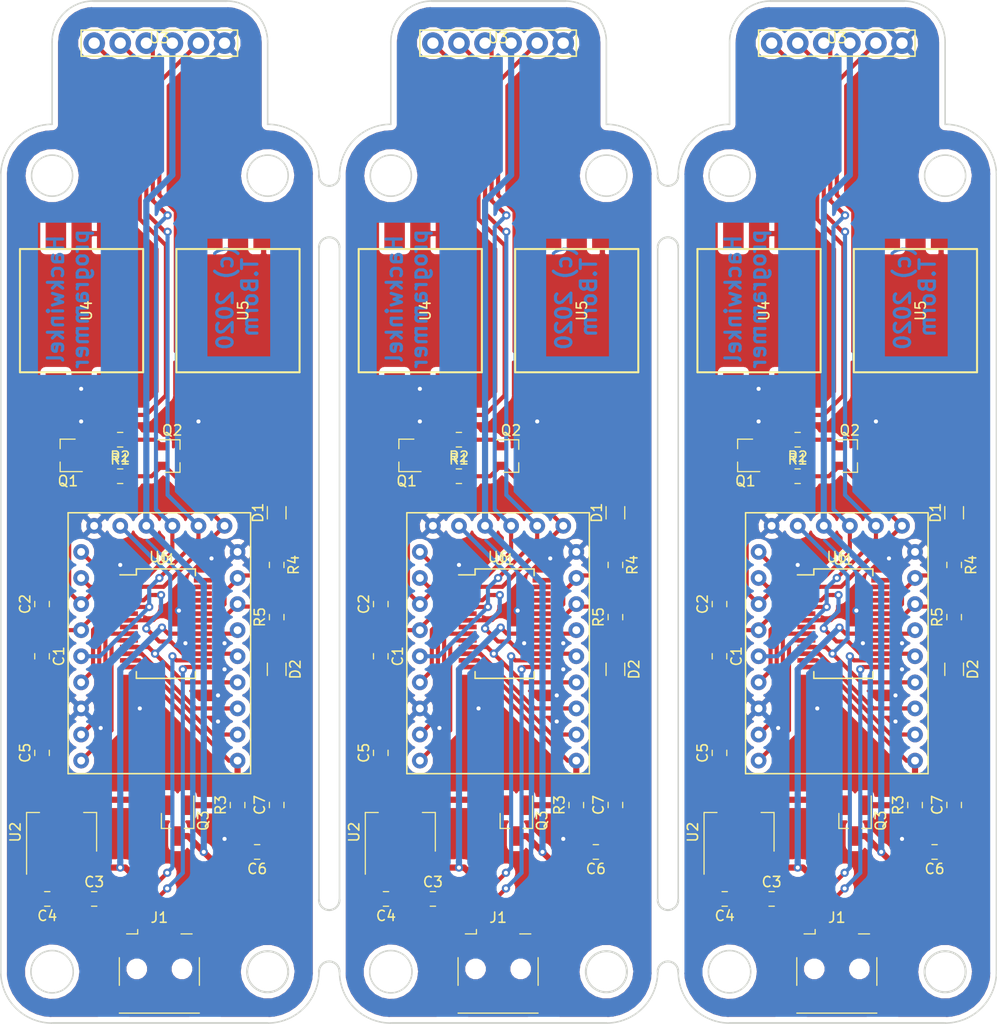
<source format=kicad_pcb>
(kicad_pcb (version 20171130) (host pcbnew 5.0.2+dfsg1-1)
  (layers (0 F.Cu signal) (31 B.Cu signal) (34 B.Paste user) (35 F.Paste user) (36 B.SilkS user) (37 F.SilkS user) (38 B.Mask user) (39 F.Mask user) (44 Edge.Cuts user))
  (net 0 "")
  (net 1 "Net-(Q1-Pad3)")
  (net 2 "Net-(U4-Pad2)")
  (net 3 GND)
  (net 4 "Net-(U4-Pad4)")
  (net 5 "Net-(U5-Pad4)")
  (net 6 "Net-(U5-Pad2)")
  (net 7 "Net-(Q2-Pad3)")
  (net 8 "Net-(C6-Pad1)")
  (net 9 "Net-(U1-Pad1)")
  (net 10 "Net-(U1-Pad5)")
  (net 11 "Net-(Q2-Pad2)")
  (net 12 "Net-(Q1-Pad2)")
  (net 13 +3V3)
  (net 14 "Net-(U1-Pad6)")
  (net 15 "Net-(U1-Pad9)")
  (net 16 "Net-(U1-Pad10)")
  (net 17 "Net-(R3-Pad2)")
  (net 18 "Net-(U1-Pad13)")
  (net 19 "Net-(U1-Pad12)")
  (net 20 "Net-(U1-Pad11)")
  (net 21 +5V)
  (net 22 "Net-(R5-Pad2)")
  (net 23 "Net-(R4-Pad2)")
  (net 24 "Net-(J1-Pad2)")
  (net 25 "Net-(J1-Pad3)")
  (net 26 "Net-(J1-Pad4)")
  (net 27 "Net-(C6-Pad2)")
  (net 28 "Net-(C5-Pad1)")
  (net 29 "Net-(Q1-Pad1)")
  (net 30 "Net-(Q2-Pad1)")
  (net 31 "Net-(U1-Pad19)")
  (net 32 "Net-(U1-Pad27)")
  (net 33 "Net-(U1-Pad28)")
  (net 34 "Net-(D1-Pad1)")
  (net 35 "Net-(D2-Pad1)")
  (module Capacitor_SMD:C_0805_2012Metric_Pad1.15x1.40mm_HandSolder (layer F.Cu) (at 226.02 92.71 90)
    (fp_text reference C2 (at 0 -1.65 90) (layer F.SilkS))
    (fp_text value 100n)
    (pad 1 smd roundrect (at -1.025 0 90) (size 1.15 1.4) (layers F.Cu F.Paste F.Mask) (roundrect_rratio 0.217391))
    (pad 2 smd roundrect (at 1.025 0 90) (size 1.15 1.4) (layers F.Cu F.Paste F.Mask) (roundrect_rratio 0.217391))
  )
  (module Capacitor_SMD:C_0805_2012Metric_Pad1.15x1.40mm_HandSolder (layer F.Cu) (at 248.88 112.268 90)
    (fp_text reference C7 (at 0 -1.65 90) (layer F.SilkS))
    (fp_text value 100n)
    (pad 1 smd roundrect (at -1.025 0 90) (size 1.15 1.4) (layers F.Cu F.Paste F.Mask) (roundrect_rratio 0.217391))
    (pad 2 smd roundrect (at 1.025 0 90) (size 1.15 1.4) (layers F.Cu F.Paste F.Mask) (roundrect_rratio 0.217391))
  )
  (module Capacitor_SMD:C_0805_2012Metric_Pad1.15x1.40mm_HandSolder (layer F.Cu) (at 231.1 121.412)
    (fp_text reference C3 (at 0 -1.65) (layer F.SilkS))
    (fp_text value 100n)
    (pad 1 smd roundrect (at -1.025 0) (size 1.15 1.4) (layers F.Cu F.Paste F.Mask) (roundrect_rratio 0.217391))
    (pad 2 smd roundrect (at 1.025 0) (size 1.15 1.4) (layers F.Cu F.Paste F.Mask) (roundrect_rratio 0.217391))
  )
  (module Capacitor_SMD:C_0805_2012Metric_Pad1.15x1.40mm_HandSolder (layer F.Cu) (at 248.88 93.98 90)
    (fp_text reference R5 (at 0 -1.65 90) (layer F.SilkS))
    (fp_text value 220)
    (pad 1 smd roundrect (at -1.025 0 90) (size 1.15 1.4) (layers F.Cu F.Paste F.Mask) (roundrect_rratio 0.217391))
    (pad 2 smd roundrect (at 1.025 0 90) (size 1.15 1.4) (layers F.Cu F.Paste F.Mask) (roundrect_rratio 0.217391))
  )
  (module Capacitor_SMD:C_0805_2012Metric_Pad1.15x1.40mm_HandSolder (layer F.Cu) (at 245.07 112.277 90)
    (fp_text reference R3 (at 0 -1.65 90) (layer F.SilkS))
    (fp_text value 1K)
    (pad 1 smd roundrect (at -1.025 0 90) (size 1.15 1.4) (layers F.Cu F.Paste F.Mask) (roundrect_rratio 0.217391))
    (pad 2 smd roundrect (at 1.025 0 90) (size 1.15 1.4) (layers F.Cu F.Paste F.Mask) (roundrect_rratio 0.217391))
  )
  (module Capacitor_SMD:C_1206_3216Metric_Pad1.42x1.75mm_HandSolder (layer F.Cu) (at 248.88 83.82 90)
    (fp_text reference D1 (at 0 -1.82 90) (layer F.SilkS))
    (fp_text value LED)
    (pad 1 smd roundrect (at -1.4875 0 90) (size 1.425 1.75) (layers F.Cu F.Paste F.Mask) (roundrect_rratio 0.175439))
    (pad 2 smd roundrect (at 1.4875 0 90) (size 1.425 1.75) (layers F.Cu F.Paste F.Mask) (roundrect_rratio 0.175439))
  )
  (module Package_TO_SOT_SMD:SOT-23 (layer F.Cu) (at 238.704 78.298)
    (fp_text reference Q2 (at 0 -2.5) (layer F.SilkS))
    (fp_text value BC848)
    (pad 1 smd rect (at -1 -0.95) (size 0.9 0.8) (layers F.Cu F.Paste F.Mask))
    (pad 2 smd rect (at -1 0.95) (size 0.9 0.8) (layers F.Cu F.Paste F.Mask))
    (pad 3 smd rect (at 1 0) (size 0.9 0.8) (layers F.Cu F.Paste F.Mask))
  )
  (module Capacitor_SMD:C_0805_2012Metric_Pad1.15x1.40mm_HandSolder (layer F.Cu) (at 233.631 76.708 180)
    (fp_text reference R2 (at 0 -1.65 180) (layer F.SilkS))
    (fp_text value R)
    (pad 1 smd roundrect (at -1.025 0 180) (size 1.15 1.4) (layers F.Cu F.Paste F.Mask) (roundrect_rratio 0.217391))
    (pad 2 smd roundrect (at 1.025 0 180) (size 1.15 1.4) (layers F.Cu F.Paste F.Mask) (roundrect_rratio 0.217391))
  )
  (module fps:sw12 (layer F.Cu) (at 245.11 64.142 90)
    (fp_text reference U5 (at 0 0.5 90) (layer F.SilkS))
    (fp_text value button)
    (pad 1 smd rect (at -7.5 -2.5 90) (size 3 2) (layers F.Cu F.Paste F.Mask))
    (pad 2 smd rect (at -7.5 2.5 90) (size 3 2) (layers F.Cu F.Paste F.Mask))
    (pad 3 smd rect (at 7.5 2.5 90) (size 3 2) (layers F.Cu F.Paste F.Mask))
    (pad 4 smd rect (at 7.5 -2.5 90) (size 3 2) (layers F.Cu F.Paste F.Mask))
  )
  (module Capacitor_SMD:C_0805_2012Metric_Pad1.15x1.40mm_HandSolder (layer F.Cu) (at 233.631 80.264)
    (fp_text reference R1 (at 0 -1.65) (layer F.SilkS))
    (fp_text value R)
    (pad 1 smd roundrect (at -1.025 0) (size 1.15 1.4) (layers F.Cu F.Paste F.Mask) (roundrect_rratio 0.217391))
    (pad 2 smd roundrect (at 1.025 0) (size 1.15 1.4) (layers F.Cu F.Paste F.Mask) (roundrect_rratio 0.217391))
  )
  (module Capacitor_SMD:C_0805_2012Metric_Pad1.15x1.40mm_HandSolder (layer F.Cu) (at 248.88 88.9 270)
    (fp_text reference R4 (at 0 -1.65 270) (layer F.SilkS))
    (fp_text value 220)
    (pad 1 smd roundrect (at -1.025 0 270) (size 1.15 1.4) (layers F.Cu F.Paste F.Mask) (roundrect_rratio 0.217391))
    (pad 2 smd roundrect (at 1.025 0 270) (size 1.15 1.4) (layers F.Cu F.Paste F.Mask) (roundrect_rratio 0.217391))
  )
  (module Capacitor_SMD:C_0805_2012Metric_Pad1.15x1.40mm_HandSolder (layer F.Cu) (at 246.975 116.84 180)
    (fp_text reference C6 (at 0 -1.65 180) (layer F.SilkS))
    (fp_text value 100n)
    (pad 1 smd roundrect (at -1.025 0 180) (size 1.15 1.4) (layers F.Cu F.Paste F.Mask) (roundrect_rratio 0.217391))
    (pad 2 smd roundrect (at 1.025 0 180) (size 1.15 1.4) (layers F.Cu F.Paste F.Mask) (roundrect_rratio 0.217391))
  )
  (module Package_TO_SOT_SMD:SOT-223-3_TabPin2 (layer F.Cu) (at 227.925 114.91 90)
    (fp_text reference U2 (at 0 -4.5 90) (layer F.SilkS))
    (fp_text value LM1117-3.3)
    (pad 2 smd rect (at 3.15 0 90) (size 2 3.8) (layers F.Cu F.Paste F.Mask))
    (pad 2 smd rect (at -3.15 0 90) (size 2 1.5) (layers F.Cu F.Paste F.Mask))
    (pad 3 smd rect (at -3.15 2.3 90) (size 2 1.5) (layers F.Cu F.Paste F.Mask))
    (pad 1 smd rect (at -3.15 -2.3 90) (size 2 1.5) (layers F.Cu F.Paste F.Mask))
  )
  (module fps:proconn (layer F.Cu) (at 237.45 38.1 180)
    (fp_text reference U3 (at 0 0.5 180) (layer F.SilkS))
    (fp_text value proconn)
    (pad 1 thru_hole circle (at -6.35 0 270) (size 2.1 2.1) (drill 1.1) (layers *.Cu *.Mask))
    (pad 2 thru_hole circle (at -3.81 0 270) (size 2.1 2.1) (drill 1.1) (layers *.Cu *.Mask))
    (pad 3 thru_hole circle (at -1.27 0 270) (size 2.1 2.1) (drill 1.1) (layers *.Cu *.Mask))
    (pad 4 thru_hole circle (at 1.27 0 270) (size 2.1 2.1) (drill 1.1) (layers *.Cu *.Mask))
    (pad 5 thru_hole circle (at 3.81 0 270) (size 2.1 2.1) (drill 1.1) (layers *.Cu *.Mask))
    (pad 6 thru_hole circle (at 6.35 0 270) (size 2.1 2.1) (drill 1.1) (layers *.Cu *.Mask))
  )
  (module fps:sw12 (layer F.Cu) (at 229.87 64.142 90)
    (fp_text reference U4 (at 0 0.5 90) (layer F.SilkS))
    (fp_text value button)
    (pad 1 smd rect (at -7.5 -2.5 90) (size 3 2) (layers F.Cu F.Paste F.Mask))
    (pad 2 smd rect (at -7.5 2.5 90) (size 3 2) (layers F.Cu F.Paste F.Mask))
    (pad 3 smd rect (at 7.5 2.5 90) (size 3 2) (layers F.Cu F.Paste F.Mask))
    (pad 4 smd rect (at 7.5 -2.5 90) (size 3 2) (layers F.Cu F.Paste F.Mask))
  )
  (module Capacitor_SMD:C_1206_3216Metric_Pad1.42x1.75mm_HandSolder (layer F.Cu) (at 248.88 99.06 270)
    (fp_text reference D2 (at 0 -1.82 270) (layer F.SilkS))
    (fp_text value LED)
    (pad 1 smd roundrect (at -1.4875 0 270) (size 1.425 1.75) (layers F.Cu F.Paste F.Mask) (roundrect_rratio 0.175439))
    (pad 2 smd roundrect (at 1.4875 0 270) (size 1.425 1.75) (layers F.Cu F.Paste F.Mask) (roundrect_rratio 0.175439))
  )
  (module Capacitor_SMD:C_0805_2012Metric_Pad1.15x1.40mm_HandSolder (layer F.Cu) (at 226.02 107.197 90)
    (fp_text reference C5 (at 0 -1.65 90) (layer F.SilkS))
    (fp_text value 10U)
    (pad 1 smd roundrect (at -1.025 0 90) (size 1.15 1.4) (layers F.Cu F.Paste F.Mask) (roundrect_rratio 0.217391))
    (pad 2 smd roundrect (at 1.025 0 90) (size 1.15 1.4) (layers F.Cu F.Paste F.Mask) (roundrect_rratio 0.217391))
  )
  (module fps:USB_Mini-B (layer F.Cu) (at 237.45 128.23)
    (fp_text reference J1 (at 0 -5) (layer F.SilkS))
    (fp_text value USB_B_Micro)
    (pad 1 smd rect (at -1.6 -3) (size 0.5 3.5) (layers F.Cu F.Paste F.Mask))
    (pad 2 smd rect (at -0.8 -3) (size 0.5 3.5) (layers F.Cu F.Paste F.Mask))
    (pad 3 smd rect (at 0 -3) (size 0.5 3.5) (layers F.Cu F.Paste F.Mask))
    (pad 4 smd rect (at 0.8 -3) (size 0.5 3.5) (layers F.Cu F.Paste F.Mask))
    (pad 5 smd rect (at 1.6 -3) (size 0.5 3.5) (layers F.Cu F.Paste F.Mask))
    (pad 6 smd rect (at -4.45 -2.5) (size 2 2.5) (layers F.Cu F.Paste F.Mask))
    (pad 6 smd rect (at -4.45 3) (size 2 2.5) (layers F.Cu F.Paste F.Mask))
    (pad 6 smd rect (at 4.45 -2.5) (size 2 2.5) (layers F.Cu F.Paste F.Mask))
    (pad 6 smd rect (at 4.45 3) (size 2 2.5) (layers F.Cu F.Paste F.Mask))
    (pad "" np_thru_hole circle (at -2.2 0) (size 1 1) (drill 1) (layers *.Cu *.Mask))
    (pad "" np_thru_hole circle (at 2.2 0) (size 1 1) (drill 1) (layers *.Cu *.Mask))
  )
  (module Package_TO_SOT_SMD:SOT-23 (layer F.Cu) (at 228.544 78.232 180)
    (fp_text reference Q1 (at 0 -2.5 180) (layer F.SilkS))
    (fp_text value BC848)
    (pad 1 smd rect (at -1 -0.95 180) (size 0.9 0.8) (layers F.Cu F.Paste F.Mask))
    (pad 2 smd rect (at -1 0.95 180) (size 0.9 0.8) (layers F.Cu F.Paste F.Mask))
    (pad 3 smd rect (at 1 0 180) (size 0.9 0.8) (layers F.Cu F.Paste F.Mask))
  )
  (module Capacitor_SMD:C_0805_2012Metric_Pad1.15x1.40mm_HandSolder (layer F.Cu) (at 226.02 97.79 270)
    (fp_text reference C1 (at 0 -1.65 270) (layer F.SilkS))
    (fp_text value 10u)
    (pad 1 smd roundrect (at -1.025 0 270) (size 1.15 1.4) (layers F.Cu F.Paste F.Mask) (roundrect_rratio 0.217391))
    (pad 2 smd roundrect (at 1.025 0 270) (size 1.15 1.4) (layers F.Cu F.Paste F.Mask) (roundrect_rratio 0.217391))
  )
  (module Package_SO:SSOP-28_5.3x10.2mm_P0.65mm (layer F.Cu) (at 238.085 94.615)
    (fp_text reference U1 (at 0 -6.25) (layer F.SilkS))
    (fp_text value FT232RL)
    (pad 1 smd rect (at -3.6 -4.225) (size 1.75 0.45) (layers F.Cu F.Paste F.Mask))
    (pad 2 smd rect (at -3.6 -3.575) (size 1.75 0.45) (layers F.Cu F.Paste F.Mask))
    (pad 3 smd rect (at -3.6 -2.925) (size 1.75 0.45) (layers F.Cu F.Paste F.Mask))
    (pad 4 smd rect (at -3.6 -2.275) (size 1.75 0.45) (layers F.Cu F.Paste F.Mask))
    (pad 5 smd rect (at -3.6 -1.625) (size 1.75 0.45) (layers F.Cu F.Paste F.Mask))
    (pad 6 smd rect (at -3.6 -0.975) (size 1.75 0.45) (layers F.Cu F.Paste F.Mask))
    (pad 7 smd rect (at -3.6 -0.325) (size 1.75 0.45) (layers F.Cu F.Paste F.Mask))
    (pad 8 smd rect (at -3.6 0.325) (size 1.75 0.45) (layers F.Cu F.Paste F.Mask))
    (pad 9 smd rect (at -3.6 0.975) (size 1.75 0.45) (layers F.Cu F.Paste F.Mask))
    (pad 10 smd rect (at -3.6 1.625) (size 1.75 0.45) (layers F.Cu F.Paste F.Mask))
    (pad 11 smd rect (at -3.6 2.275) (size 1.75 0.45) (layers F.Cu F.Paste F.Mask))
    (pad 12 smd rect (at -3.6 2.925) (size 1.75 0.45) (layers F.Cu F.Paste F.Mask))
    (pad 13 smd rect (at -3.6 3.575) (size 1.75 0.45) (layers F.Cu F.Paste F.Mask))
    (pad 14 smd rect (at -3.6 4.225) (size 1.75 0.45) (layers F.Cu F.Paste F.Mask))
    (pad 15 smd rect (at 3.6 4.225) (size 1.75 0.45) (layers F.Cu F.Paste F.Mask))
    (pad 16 smd rect (at 3.6 3.575) (size 1.75 0.45) (layers F.Cu F.Paste F.Mask))
    (pad 17 smd rect (at 3.6 2.925) (size 1.75 0.45) (layers F.Cu F.Paste F.Mask))
    (pad 18 smd rect (at 3.6 2.275) (size 1.75 0.45) (layers F.Cu F.Paste F.Mask))
    (pad 19 smd rect (at 3.6 1.625) (size 1.75 0.45) (layers F.Cu F.Paste F.Mask))
    (pad 20 smd rect (at 3.6 0.975) (size 1.75 0.45) (layers F.Cu F.Paste F.Mask))
    (pad 21 smd rect (at 3.6 0.325) (size 1.75 0.45) (layers F.Cu F.Paste F.Mask))
    (pad 22 smd rect (at 3.6 -0.325) (size 1.75 0.45) (layers F.Cu F.Paste F.Mask))
    (pad 23 smd rect (at 3.6 -0.975) (size 1.75 0.45) (layers F.Cu F.Paste F.Mask))
    (pad 24 smd rect (at 3.6 -1.625) (size 1.75 0.45) (layers F.Cu F.Paste F.Mask))
    (pad 25 smd rect (at 3.6 -2.275) (size 1.75 0.45) (layers F.Cu F.Paste F.Mask))
    (pad 26 smd rect (at 3.6 -2.925) (size 1.75 0.45) (layers F.Cu F.Paste F.Mask))
    (pad 27 smd rect (at 3.6 -3.575) (size 1.75 0.45) (layers F.Cu F.Paste F.Mask))
    (pad 28 smd rect (at 3.6 -4.225) (size 1.75 0.45) (layers F.Cu F.Paste F.Mask))
  )
  (module fps:ftdimod (layer F.Cu) (at 237.45 87.63)
    (fp_text reference U6 (at 0 0.5) (layer F.SilkS))
    (fp_text value FTDIMOD)
    (pad 1 thru_hole circle (at -7.62 0) (size 1.524 1.524) (drill 0.762) (layers *.Cu *.Mask))
    (pad 2 thru_hole circle (at -7.62 2.54) (size 1.524 1.524) (drill 0.762) (layers *.Cu *.Mask))
    (pad 3 thru_hole circle (at -7.62 5.08) (size 1.524 1.524) (drill 0.762) (layers *.Cu *.Mask))
    (pad 4 thru_hole circle (at -7.62 7.62) (size 1.524 1.524) (drill 0.762) (layers *.Cu *.Mask))
    (pad 5 thru_hole circle (at -7.62 10.16) (size 1.524 1.524) (drill 0.762) (layers *.Cu *.Mask))
    (pad 6 thru_hole circle (at -7.62 12.7) (size 1.524 1.524) (drill 0.762) (layers *.Cu *.Mask))
    (pad 7 thru_hole circle (at -7.62 15.24) (size 1.524 1.524) (drill 0.762) (layers *.Cu *.Mask))
    (pad 8 thru_hole circle (at -7.62 17.78) (size 1.524 1.524) (drill 0.762) (layers *.Cu *.Mask))
    (pad 9 thru_hole circle (at -7.62 20.32) (size 1.524 1.524) (drill 0.762) (layers *.Cu *.Mask))
    (pad 10 thru_hole circle (at 7.62 20.32) (size 1.524 1.524) (drill 0.762) (layers *.Cu *.Mask))
    (pad 11 thru_hole circle (at 7.62 17.78) (size 1.524 1.524) (drill 0.762) (layers *.Cu *.Mask))
    (pad 12 thru_hole circle (at 7.62 15.24) (size 1.524 1.524) (drill 0.762) (layers *.Cu *.Mask))
    (pad 13 thru_hole circle (at 7.62 12.7) (size 1.524 1.524) (drill 0.762) (layers *.Cu *.Mask))
    (pad 14 thru_hole circle (at 7.62 10.16) (size 1.524 1.524) (drill 0.762) (layers *.Cu *.Mask))
    (pad 15 thru_hole circle (at 7.62 7.62) (size 1.524 1.524) (drill 0.762) (layers *.Cu *.Mask))
    (pad 16 thru_hole circle (at 7.62 5.08) (size 1.524 1.524) (drill 0.762) (layers *.Cu *.Mask))
    (pad 17 thru_hole circle (at 7.62 2.54) (size 1.524 1.524) (drill 0.762) (layers *.Cu *.Mask))
    (pad 18 thru_hole circle (at 7.62 0) (size 1.524 1.524) (drill 0.762) (layers *.Cu *.Mask))
    (pad 19 thru_hole circle (at 6.35 -2.54) (size 1.524 1.524) (drill 0.762) (layers *.Cu *.Mask))
    (pad 20 thru_hole circle (at 3.81 -2.54) (size 1.524 1.524) (drill 0.762) (layers *.Cu *.Mask))
    (pad 21 thru_hole circle (at 1.27 -2.54) (size 1.524 1.524) (drill 0.762) (layers *.Cu *.Mask))
    (pad 22 thru_hole circle (at -1.27 -2.54) (size 1.524 1.524) (drill 0.762) (layers *.Cu *.Mask))
    (pad 23 thru_hole circle (at -3.81 -2.54) (size 1.524 1.524) (drill 0.762) (layers *.Cu *.Mask))
    (pad 24 thru_hole circle (at -6.35 -2.54) (size 1.524 1.524) (drill 0.762) (layers *.Cu *.Mask))
  )
  (module Capacitor_SMD:C_0805_2012Metric_Pad1.15x1.40mm_HandSolder (layer F.Cu) (at 226.528 121.412 180)
    (fp_text reference C4 (at 0 -1.65 180) (layer F.SilkS))
    (fp_text value 10U)
    (pad 1 smd roundrect (at -1.025 0 180) (size 1.15 1.4) (layers F.Cu F.Paste F.Mask) (roundrect_rratio 0.217391))
    (pad 2 smd roundrect (at 1.025 0 180) (size 1.15 1.4) (layers F.Cu F.Paste F.Mask) (roundrect_rratio 0.217391))
  )
  (module Package_TO_SOT_SMD:SOT-23_Handsoldering (layer F.Cu) (at 239.228 113.792 270)
    (fp_text reference Q3 (at 0 -2.5 270) (layer F.SilkS))
    (fp_text value FDN340)
    (pad 1 smd rect (at -1.5 -0.95 270) (size 1.9 0.8) (layers F.Cu F.Paste F.Mask))
    (pad 2 smd rect (at -1.5 0.95 270) (size 1.9 0.8) (layers F.Cu F.Paste F.Mask))
    (pad 3 smd rect (at 1.5 0 270) (size 1.9 0.8) (layers F.Cu F.Paste F.Mask))
  )
  (module Capacitor_SMD:C_0805_2012Metric_Pad1.15x1.40mm_HandSolder (layer F.Cu) (at 193.02 92.71 90)
    (fp_text reference C2 (at 0 -1.65 90) (layer F.SilkS))
    (fp_text value 100n)
    (pad 1 smd roundrect (at -1.025 0 90) (size 1.15 1.4) (layers F.Cu F.Paste F.Mask) (roundrect_rratio 0.217391))
    (pad 2 smd roundrect (at 1.025 0 90) (size 1.15 1.4) (layers F.Cu F.Paste F.Mask) (roundrect_rratio 0.217391))
  )
  (module Capacitor_SMD:C_0805_2012Metric_Pad1.15x1.40mm_HandSolder (layer F.Cu) (at 215.88 112.268 90)
    (fp_text reference C7 (at 0 -1.65 90) (layer F.SilkS))
    (fp_text value 100n)
    (pad 1 smd roundrect (at -1.025 0 90) (size 1.15 1.4) (layers F.Cu F.Paste F.Mask) (roundrect_rratio 0.217391))
    (pad 2 smd roundrect (at 1.025 0 90) (size 1.15 1.4) (layers F.Cu F.Paste F.Mask) (roundrect_rratio 0.217391))
  )
  (module Capacitor_SMD:C_0805_2012Metric_Pad1.15x1.40mm_HandSolder (layer F.Cu) (at 198.1 121.412)
    (fp_text reference C3 (at 0 -1.65) (layer F.SilkS))
    (fp_text value 100n)
    (pad 1 smd roundrect (at -1.025 0) (size 1.15 1.4) (layers F.Cu F.Paste F.Mask) (roundrect_rratio 0.217391))
    (pad 2 smd roundrect (at 1.025 0) (size 1.15 1.4) (layers F.Cu F.Paste F.Mask) (roundrect_rratio 0.217391))
  )
  (module Capacitor_SMD:C_0805_2012Metric_Pad1.15x1.40mm_HandSolder (layer F.Cu) (at 215.88 93.98 90)
    (fp_text reference R5 (at 0 -1.65 90) (layer F.SilkS))
    (fp_text value 220)
    (pad 1 smd roundrect (at -1.025 0 90) (size 1.15 1.4) (layers F.Cu F.Paste F.Mask) (roundrect_rratio 0.217391))
    (pad 2 smd roundrect (at 1.025 0 90) (size 1.15 1.4) (layers F.Cu F.Paste F.Mask) (roundrect_rratio 0.217391))
  )
  (module Capacitor_SMD:C_0805_2012Metric_Pad1.15x1.40mm_HandSolder (layer F.Cu) (at 212.07 112.277 90)
    (fp_text reference R3 (at 0 -1.65 90) (layer F.SilkS))
    (fp_text value 1K)
    (pad 1 smd roundrect (at -1.025 0 90) (size 1.15 1.4) (layers F.Cu F.Paste F.Mask) (roundrect_rratio 0.217391))
    (pad 2 smd roundrect (at 1.025 0 90) (size 1.15 1.4) (layers F.Cu F.Paste F.Mask) (roundrect_rratio 0.217391))
  )
  (module Capacitor_SMD:C_1206_3216Metric_Pad1.42x1.75mm_HandSolder (layer F.Cu) (at 215.88 83.82 90)
    (fp_text reference D1 (at 0 -1.82 90) (layer F.SilkS))
    (fp_text value LED)
    (pad 1 smd roundrect (at -1.4875 0 90) (size 1.425 1.75) (layers F.Cu F.Paste F.Mask) (roundrect_rratio 0.175439))
    (pad 2 smd roundrect (at 1.4875 0 90) (size 1.425 1.75) (layers F.Cu F.Paste F.Mask) (roundrect_rratio 0.175439))
  )
  (module Package_TO_SOT_SMD:SOT-23 (layer F.Cu) (at 205.704 78.298)
    (fp_text reference Q2 (at 0 -2.5) (layer F.SilkS))
    (fp_text value BC848)
    (pad 1 smd rect (at -1 -0.95) (size 0.9 0.8) (layers F.Cu F.Paste F.Mask))
    (pad 2 smd rect (at -1 0.95) (size 0.9 0.8) (layers F.Cu F.Paste F.Mask))
    (pad 3 smd rect (at 1 0) (size 0.9 0.8) (layers F.Cu F.Paste F.Mask))
  )
  (module Capacitor_SMD:C_0805_2012Metric_Pad1.15x1.40mm_HandSolder (layer F.Cu) (at 200.631 76.708 180)
    (fp_text reference R2 (at 0 -1.65 180) (layer F.SilkS))
    (fp_text value R)
    (pad 1 smd roundrect (at -1.025 0 180) (size 1.15 1.4) (layers F.Cu F.Paste F.Mask) (roundrect_rratio 0.217391))
    (pad 2 smd roundrect (at 1.025 0 180) (size 1.15 1.4) (layers F.Cu F.Paste F.Mask) (roundrect_rratio 0.217391))
  )
  (module fps:sw12 (layer F.Cu) (at 212.11 64.142 90)
    (fp_text reference U5 (at 0 0.5 90) (layer F.SilkS))
    (fp_text value button)
    (pad 1 smd rect (at -7.5 -2.5 90) (size 3 2) (layers F.Cu F.Paste F.Mask))
    (pad 2 smd rect (at -7.5 2.5 90) (size 3 2) (layers F.Cu F.Paste F.Mask))
    (pad 3 smd rect (at 7.5 2.5 90) (size 3 2) (layers F.Cu F.Paste F.Mask))
    (pad 4 smd rect (at 7.5 -2.5 90) (size 3 2) (layers F.Cu F.Paste F.Mask))
  )
  (module Capacitor_SMD:C_0805_2012Metric_Pad1.15x1.40mm_HandSolder (layer F.Cu) (at 200.631 80.264)
    (fp_text reference R1 (at 0 -1.65) (layer F.SilkS))
    (fp_text value R)
    (pad 1 smd roundrect (at -1.025 0) (size 1.15 1.4) (layers F.Cu F.Paste F.Mask) (roundrect_rratio 0.217391))
    (pad 2 smd roundrect (at 1.025 0) (size 1.15 1.4) (layers F.Cu F.Paste F.Mask) (roundrect_rratio 0.217391))
  )
  (module Capacitor_SMD:C_0805_2012Metric_Pad1.15x1.40mm_HandSolder (layer F.Cu) (at 215.88 88.9 270)
    (fp_text reference R4 (at 0 -1.65 270) (layer F.SilkS))
    (fp_text value 220)
    (pad 1 smd roundrect (at -1.025 0 270) (size 1.15 1.4) (layers F.Cu F.Paste F.Mask) (roundrect_rratio 0.217391))
    (pad 2 smd roundrect (at 1.025 0 270) (size 1.15 1.4) (layers F.Cu F.Paste F.Mask) (roundrect_rratio 0.217391))
  )
  (module Capacitor_SMD:C_0805_2012Metric_Pad1.15x1.40mm_HandSolder (layer F.Cu) (at 213.975 116.84 180)
    (fp_text reference C6 (at 0 -1.65 180) (layer F.SilkS))
    (fp_text value 100n)
    (pad 1 smd roundrect (at -1.025 0 180) (size 1.15 1.4) (layers F.Cu F.Paste F.Mask) (roundrect_rratio 0.217391))
    (pad 2 smd roundrect (at 1.025 0 180) (size 1.15 1.4) (layers F.Cu F.Paste F.Mask) (roundrect_rratio 0.217391))
  )
  (module Package_TO_SOT_SMD:SOT-223-3_TabPin2 (layer F.Cu) (at 194.925 114.91 90)
    (fp_text reference U2 (at 0 -4.5 90) (layer F.SilkS))
    (fp_text value LM1117-3.3)
    (pad 2 smd rect (at 3.15 0 90) (size 2 3.8) (layers F.Cu F.Paste F.Mask))
    (pad 2 smd rect (at -3.15 0 90) (size 2 1.5) (layers F.Cu F.Paste F.Mask))
    (pad 3 smd rect (at -3.15 2.3 90) (size 2 1.5) (layers F.Cu F.Paste F.Mask))
    (pad 1 smd rect (at -3.15 -2.3 90) (size 2 1.5) (layers F.Cu F.Paste F.Mask))
  )
  (module fps:proconn (layer F.Cu) (at 204.45 38.1 180)
    (fp_text reference U3 (at 0 0.5 180) (layer F.SilkS))
    (fp_text value proconn)
    (pad 1 thru_hole circle (at -6.35 0 270) (size 2.1 2.1) (drill 1.1) (layers *.Cu *.Mask))
    (pad 2 thru_hole circle (at -3.81 0 270) (size 2.1 2.1) (drill 1.1) (layers *.Cu *.Mask))
    (pad 3 thru_hole circle (at -1.27 0 270) (size 2.1 2.1) (drill 1.1) (layers *.Cu *.Mask))
    (pad 4 thru_hole circle (at 1.27 0 270) (size 2.1 2.1) (drill 1.1) (layers *.Cu *.Mask))
    (pad 5 thru_hole circle (at 3.81 0 270) (size 2.1 2.1) (drill 1.1) (layers *.Cu *.Mask))
    (pad 6 thru_hole circle (at 6.35 0 270) (size 2.1 2.1) (drill 1.1) (layers *.Cu *.Mask))
  )
  (module fps:sw12 (layer F.Cu) (at 196.87 64.142 90)
    (fp_text reference U4 (at 0 0.5 90) (layer F.SilkS))
    (fp_text value button)
    (pad 1 smd rect (at -7.5 -2.5 90) (size 3 2) (layers F.Cu F.Paste F.Mask))
    (pad 2 smd rect (at -7.5 2.5 90) (size 3 2) (layers F.Cu F.Paste F.Mask))
    (pad 3 smd rect (at 7.5 2.5 90) (size 3 2) (layers F.Cu F.Paste F.Mask))
    (pad 4 smd rect (at 7.5 -2.5 90) (size 3 2) (layers F.Cu F.Paste F.Mask))
  )
  (module Capacitor_SMD:C_1206_3216Metric_Pad1.42x1.75mm_HandSolder (layer F.Cu) (at 215.88 99.06 270)
    (fp_text reference D2 (at 0 -1.82 270) (layer F.SilkS))
    (fp_text value LED)
    (pad 1 smd roundrect (at -1.4875 0 270) (size 1.425 1.75) (layers F.Cu F.Paste F.Mask) (roundrect_rratio 0.175439))
    (pad 2 smd roundrect (at 1.4875 0 270) (size 1.425 1.75) (layers F.Cu F.Paste F.Mask) (roundrect_rratio 0.175439))
  )
  (module Capacitor_SMD:C_0805_2012Metric_Pad1.15x1.40mm_HandSolder (layer F.Cu) (at 193.02 107.197 90)
    (fp_text reference C5 (at 0 -1.65 90) (layer F.SilkS))
    (fp_text value 10U)
    (pad 1 smd roundrect (at -1.025 0 90) (size 1.15 1.4) (layers F.Cu F.Paste F.Mask) (roundrect_rratio 0.217391))
    (pad 2 smd roundrect (at 1.025 0 90) (size 1.15 1.4) (layers F.Cu F.Paste F.Mask) (roundrect_rratio 0.217391))
  )
  (module fps:USB_Mini-B (layer F.Cu) (at 204.45 128.23)
    (fp_text reference J1 (at 0 -5) (layer F.SilkS))
    (fp_text value USB_B_Micro)
    (pad 1 smd rect (at -1.6 -3) (size 0.5 3.5) (layers F.Cu F.Paste F.Mask))
    (pad 2 smd rect (at -0.8 -3) (size 0.5 3.5) (layers F.Cu F.Paste F.Mask))
    (pad 3 smd rect (at 0 -3) (size 0.5 3.5) (layers F.Cu F.Paste F.Mask))
    (pad 4 smd rect (at 0.8 -3) (size 0.5 3.5) (layers F.Cu F.Paste F.Mask))
    (pad 5 smd rect (at 1.6 -3) (size 0.5 3.5) (layers F.Cu F.Paste F.Mask))
    (pad 6 smd rect (at -4.45 -2.5) (size 2 2.5) (layers F.Cu F.Paste F.Mask))
    (pad 6 smd rect (at -4.45 3) (size 2 2.5) (layers F.Cu F.Paste F.Mask))
    (pad 6 smd rect (at 4.45 -2.5) (size 2 2.5) (layers F.Cu F.Paste F.Mask))
    (pad 6 smd rect (at 4.45 3) (size 2 2.5) (layers F.Cu F.Paste F.Mask))
    (pad "" np_thru_hole circle (at -2.2 0) (size 1 1) (drill 1) (layers *.Cu *.Mask))
    (pad "" np_thru_hole circle (at 2.2 0) (size 1 1) (drill 1) (layers *.Cu *.Mask))
  )
  (module Package_TO_SOT_SMD:SOT-23 (layer F.Cu) (at 195.544 78.232 180)
    (fp_text reference Q1 (at 0 -2.5 180) (layer F.SilkS))
    (fp_text value BC848)
    (pad 1 smd rect (at -1 -0.95 180) (size 0.9 0.8) (layers F.Cu F.Paste F.Mask))
    (pad 2 smd rect (at -1 0.95 180) (size 0.9 0.8) (layers F.Cu F.Paste F.Mask))
    (pad 3 smd rect (at 1 0 180) (size 0.9 0.8) (layers F.Cu F.Paste F.Mask))
  )
  (module Capacitor_SMD:C_0805_2012Metric_Pad1.15x1.40mm_HandSolder (layer F.Cu) (at 193.02 97.79 270)
    (fp_text reference C1 (at 0 -1.65 270) (layer F.SilkS))
    (fp_text value 10u)
    (pad 1 smd roundrect (at -1.025 0 270) (size 1.15 1.4) (layers F.Cu F.Paste F.Mask) (roundrect_rratio 0.217391))
    (pad 2 smd roundrect (at 1.025 0 270) (size 1.15 1.4) (layers F.Cu F.Paste F.Mask) (roundrect_rratio 0.217391))
  )
  (module Package_SO:SSOP-28_5.3x10.2mm_P0.65mm (layer F.Cu) (at 205.085 94.615)
    (fp_text reference U1 (at 0 -6.25) (layer F.SilkS))
    (fp_text value FT232RL)
    (pad 1 smd rect (at -3.6 -4.225) (size 1.75 0.45) (layers F.Cu F.Paste F.Mask))
    (pad 2 smd rect (at -3.6 -3.575) (size 1.75 0.45) (layers F.Cu F.Paste F.Mask))
    (pad 3 smd rect (at -3.6 -2.925) (size 1.75 0.45) (layers F.Cu F.Paste F.Mask))
    (pad 4 smd rect (at -3.6 -2.275) (size 1.75 0.45) (layers F.Cu F.Paste F.Mask))
    (pad 5 smd rect (at -3.6 -1.625) (size 1.75 0.45) (layers F.Cu F.Paste F.Mask))
    (pad 6 smd rect (at -3.6 -0.975) (size 1.75 0.45) (layers F.Cu F.Paste F.Mask))
    (pad 7 smd rect (at -3.6 -0.325) (size 1.75 0.45) (layers F.Cu F.Paste F.Mask))
    (pad 8 smd rect (at -3.6 0.325) (size 1.75 0.45) (layers F.Cu F.Paste F.Mask))
    (pad 9 smd rect (at -3.6 0.975) (size 1.75 0.45) (layers F.Cu F.Paste F.Mask))
    (pad 10 smd rect (at -3.6 1.625) (size 1.75 0.45) (layers F.Cu F.Paste F.Mask))
    (pad 11 smd rect (at -3.6 2.275) (size 1.75 0.45) (layers F.Cu F.Paste F.Mask))
    (pad 12 smd rect (at -3.6 2.925) (size 1.75 0.45) (layers F.Cu F.Paste F.Mask))
    (pad 13 smd rect (at -3.6 3.575) (size 1.75 0.45) (layers F.Cu F.Paste F.Mask))
    (pad 14 smd rect (at -3.6 4.225) (size 1.75 0.45) (layers F.Cu F.Paste F.Mask))
    (pad 15 smd rect (at 3.6 4.225) (size 1.75 0.45) (layers F.Cu F.Paste F.Mask))
    (pad 16 smd rect (at 3.6 3.575) (size 1.75 0.45) (layers F.Cu F.Paste F.Mask))
    (pad 17 smd rect (at 3.6 2.925) (size 1.75 0.45) (layers F.Cu F.Paste F.Mask))
    (pad 18 smd rect (at 3.6 2.275) (size 1.75 0.45) (layers F.Cu F.Paste F.Mask))
    (pad 19 smd rect (at 3.6 1.625) (size 1.75 0.45) (layers F.Cu F.Paste F.Mask))
    (pad 20 smd rect (at 3.6 0.975) (size 1.75 0.45) (layers F.Cu F.Paste F.Mask))
    (pad 21 smd rect (at 3.6 0.325) (size 1.75 0.45) (layers F.Cu F.Paste F.Mask))
    (pad 22 smd rect (at 3.6 -0.325) (size 1.75 0.45) (layers F.Cu F.Paste F.Mask))
    (pad 23 smd rect (at 3.6 -0.975) (size 1.75 0.45) (layers F.Cu F.Paste F.Mask))
    (pad 24 smd rect (at 3.6 -1.625) (size 1.75 0.45) (layers F.Cu F.Paste F.Mask))
    (pad 25 smd rect (at 3.6 -2.275) (size 1.75 0.45) (layers F.Cu F.Paste F.Mask))
    (pad 26 smd rect (at 3.6 -2.925) (size 1.75 0.45) (layers F.Cu F.Paste F.Mask))
    (pad 27 smd rect (at 3.6 -3.575) (size 1.75 0.45) (layers F.Cu F.Paste F.Mask))
    (pad 28 smd rect (at 3.6 -4.225) (size 1.75 0.45) (layers F.Cu F.Paste F.Mask))
  )
  (module fps:ftdimod (layer F.Cu) (at 204.45 87.63)
    (fp_text reference U6 (at 0 0.5) (layer F.SilkS))
    (fp_text value FTDIMOD)
    (pad 1 thru_hole circle (at -7.62 0) (size 1.524 1.524) (drill 0.762) (layers *.Cu *.Mask))
    (pad 2 thru_hole circle (at -7.62 2.54) (size 1.524 1.524) (drill 0.762) (layers *.Cu *.Mask))
    (pad 3 thru_hole circle (at -7.62 5.08) (size 1.524 1.524) (drill 0.762) (layers *.Cu *.Mask))
    (pad 4 thru_hole circle (at -7.62 7.62) (size 1.524 1.524) (drill 0.762) (layers *.Cu *.Mask))
    (pad 5 thru_hole circle (at -7.62 10.16) (size 1.524 1.524) (drill 0.762) (layers *.Cu *.Mask))
    (pad 6 thru_hole circle (at -7.62 12.7) (size 1.524 1.524) (drill 0.762) (layers *.Cu *.Mask))
    (pad 7 thru_hole circle (at -7.62 15.24) (size 1.524 1.524) (drill 0.762) (layers *.Cu *.Mask))
    (pad 8 thru_hole circle (at -7.62 17.78) (size 1.524 1.524) (drill 0.762) (layers *.Cu *.Mask))
    (pad 9 thru_hole circle (at -7.62 20.32) (size 1.524 1.524) (drill 0.762) (layers *.Cu *.Mask))
    (pad 10 thru_hole circle (at 7.62 20.32) (size 1.524 1.524) (drill 0.762) (layers *.Cu *.Mask))
    (pad 11 thru_hole circle (at 7.62 17.78) (size 1.524 1.524) (drill 0.762) (layers *.Cu *.Mask))
    (pad 12 thru_hole circle (at 7.62 15.24) (size 1.524 1.524) (drill 0.762) (layers *.Cu *.Mask))
    (pad 13 thru_hole circle (at 7.62 12.7) (size 1.524 1.524) (drill 0.762) (layers *.Cu *.Mask))
    (pad 14 thru_hole circle (at 7.62 10.16) (size 1.524 1.524) (drill 0.762) (layers *.Cu *.Mask))
    (pad 15 thru_hole circle (at 7.62 7.62) (size 1.524 1.524) (drill 0.762) (layers *.Cu *.Mask))
    (pad 16 thru_hole circle (at 7.62 5.08) (size 1.524 1.524) (drill 0.762) (layers *.Cu *.Mask))
    (pad 17 thru_hole circle (at 7.62 2.54) (size 1.524 1.524) (drill 0.762) (layers *.Cu *.Mask))
    (pad 18 thru_hole circle (at 7.62 0) (size 1.524 1.524) (drill 0.762) (layers *.Cu *.Mask))
    (pad 19 thru_hole circle (at 6.35 -2.54) (size 1.524 1.524) (drill 0.762) (layers *.Cu *.Mask))
    (pad 20 thru_hole circle (at 3.81 -2.54) (size 1.524 1.524) (drill 0.762) (layers *.Cu *.Mask))
    (pad 21 thru_hole circle (at 1.27 -2.54) (size 1.524 1.524) (drill 0.762) (layers *.Cu *.Mask))
    (pad 22 thru_hole circle (at -1.27 -2.54) (size 1.524 1.524) (drill 0.762) (layers *.Cu *.Mask))
    (pad 23 thru_hole circle (at -3.81 -2.54) (size 1.524 1.524) (drill 0.762) (layers *.Cu *.Mask))
    (pad 24 thru_hole circle (at -6.35 -2.54) (size 1.524 1.524) (drill 0.762) (layers *.Cu *.Mask))
  )
  (module Capacitor_SMD:C_0805_2012Metric_Pad1.15x1.40mm_HandSolder (layer F.Cu) (at 193.528 121.412 180)
    (fp_text reference C4 (at 0 -1.65 180) (layer F.SilkS))
    (fp_text value 10U)
    (pad 1 smd roundrect (at -1.025 0 180) (size 1.15 1.4) (layers F.Cu F.Paste F.Mask) (roundrect_rratio 0.217391))
    (pad 2 smd roundrect (at 1.025 0 180) (size 1.15 1.4) (layers F.Cu F.Paste F.Mask) (roundrect_rratio 0.217391))
  )
  (module Package_TO_SOT_SMD:SOT-23_Handsoldering (layer F.Cu) (at 206.228 113.792 270)
    (fp_text reference Q3 (at 0 -2.5 270) (layer F.SilkS))
    (fp_text value FDN340)
    (pad 1 smd rect (at -1.5 -0.95 270) (size 1.9 0.8) (layers F.Cu F.Paste F.Mask))
    (pad 2 smd rect (at -1.5 0.95 270) (size 1.9 0.8) (layers F.Cu F.Paste F.Mask))
    (pad 3 smd rect (at 1.5 0 270) (size 1.9 0.8) (layers F.Cu F.Paste F.Mask))
  )
  (module fps:ftdimod (layer F.Cu) (at 171.45 87.63)
    (fp_text reference U6 (at 0 0.5) (layer F.SilkS))
    (fp_text value FTDIMOD)
    (pad 24 thru_hole circle (at -6.35 -2.54) (size 1.524 1.524) (drill 0.762) (layers *.Cu *.Mask) (net 3 GND))
    (pad 23 thru_hole circle (at -3.81 -2.54) (size 1.524 1.524) (drill 0.762) (layers *.Cu *.Mask) (net 20 "Net-(U1-Pad11)"))
    (pad 22 thru_hole circle (at -1.27 -2.54) (size 1.524 1.524) (drill 0.762) (layers *.Cu *.Mask) (net 8 "Net-(C6-Pad1)"))
    (pad 21 thru_hole circle (at 1.27 -2.54) (size 1.524 1.524) (drill 0.762) (layers *.Cu *.Mask) (net 9 "Net-(U1-Pad1)"))
    (pad 20 thru_hole circle (at 3.81 -2.54) (size 1.524 1.524) (drill 0.762) (layers *.Cu *.Mask) (net 10 "Net-(U1-Pad5)"))
    (pad 19 thru_hole circle (at 6.35 -2.54) (size 1.524 1.524) (drill 0.762) (layers *.Cu *.Mask) (net 11 "Net-(Q2-Pad2)"))
    (pad 18 thru_hole circle (at 7.62 0) (size 1.524 1.524) (drill 0.762) (layers *.Cu *.Mask) (net 3 GND))
    (pad 17 thru_hole circle (at 7.62 2.54) (size 1.524 1.524) (drill 0.762) (layers *.Cu *.Mask) (net 23 "Net-(R4-Pad2)"))
    (pad 16 thru_hole circle (at 7.62 5.08) (size 1.524 1.524) (drill 0.762) (layers *.Cu *.Mask) (net 22 "Net-(R5-Pad2)"))
    (pad 15 thru_hole circle (at 7.62 7.62) (size 1.524 1.524) (drill 0.762) (layers *.Cu *.Mask) (net 21 +5V))
    (pad 14 thru_hole circle (at 7.62 10.16) (size 1.524 1.524) (drill 0.762) (layers *.Cu *.Mask) (net 13 +3V3))
    (pad 13 thru_hole circle (at 7.62 12.7) (size 1.524 1.524) (drill 0.762) (layers *.Cu *.Mask) (net 20 "Net-(U1-Pad11)"))
    (pad 12 thru_hole circle (at 7.62 15.24) (size 1.524 1.524) (drill 0.762) (layers *.Cu *.Mask) (net 19 "Net-(U1-Pad12)"))
    (pad 11 thru_hole circle (at 7.62 17.78) (size 1.524 1.524) (drill 0.762) (layers *.Cu *.Mask) (net 18 "Net-(U1-Pad13)"))
    (pad 10 thru_hole circle (at 7.62 20.32) (size 1.524 1.524) (drill 0.762) (layers *.Cu *.Mask) (net 17 "Net-(R3-Pad2)"))
    (pad 9 thru_hole circle (at -7.62 20.32) (size 1.524 1.524) (drill 0.762) (layers *.Cu *.Mask) (net 16 "Net-(U1-Pad10)"))
    (pad 8 thru_hole circle (at -7.62 17.78) (size 1.524 1.524) (drill 0.762) (layers *.Cu *.Mask) (net 15 "Net-(U1-Pad9)"))
    (pad 7 thru_hole circle (at -7.62 15.24) (size 1.524 1.524) (drill 0.762) (layers *.Cu *.Mask) (net 3 GND))
    (pad 6 thru_hole circle (at -7.62 12.7) (size 1.524 1.524) (drill 0.762) (layers *.Cu *.Mask) (net 14 "Net-(U1-Pad6)"))
    (pad 5 thru_hole circle (at -7.62 10.16) (size 1.524 1.524) (drill 0.762) (layers *.Cu *.Mask) (net 10 "Net-(U1-Pad5)"))
    (pad 4 thru_hole circle (at -7.62 7.62) (size 1.524 1.524) (drill 0.762) (layers *.Cu *.Mask) (net 13 +3V3))
    (pad 3 thru_hole circle (at -7.62 5.08) (size 1.524 1.524) (drill 0.762) (layers *.Cu *.Mask) (net 12 "Net-(Q1-Pad2)"))
    (pad 2 thru_hole circle (at -7.62 2.54) (size 1.524 1.524) (drill 0.762) (layers *.Cu *.Mask) (net 11 "Net-(Q2-Pad2)"))
    (pad 1 thru_hole circle (at -7.62 0) (size 1.524 1.524) (drill 0.762) (layers *.Cu *.Mask) (net 9 "Net-(U1-Pad1)"))
  )
  (module Capacitor_SMD:C_0805_2012Metric_Pad1.15x1.40mm_HandSolder (layer F.Cu) (at 160.02 92.71 90)
    (fp_text reference C2 (at 0 -1.65 90) (layer F.SilkS))
    (fp_text value 100n)
    (pad 2 smd roundrect (at 1.025 0 90) (size 1.15 1.4) (layers F.Cu F.Paste F.Mask) (roundrect_rratio 0.217391) (net 3 GND))
    (pad 1 smd roundrect (at -1.025 0 90) (size 1.15 1.4) (layers F.Cu F.Paste F.Mask) (roundrect_rratio 0.217391) (net 13 +3V3))
  )
  (module Capacitor_SMD:C_0805_2012Metric_Pad1.15x1.40mm_HandSolder (layer F.Cu) (at 182.88 112.268 90)
    (fp_text reference C7 (at 0 -1.65 90) (layer F.SilkS))
    (fp_text value 100n)
    (pad 2 smd roundrect (at 1.025 0 90) (size 1.15 1.4) (layers F.Cu F.Paste F.Mask) (roundrect_rratio 0.217391) (net 3 GND))
    (pad 1 smd roundrect (at -1.025 0 90) (size 1.15 1.4) (layers F.Cu F.Paste F.Mask) (roundrect_rratio 0.217391) (net 8 "Net-(C6-Pad1)"))
  )
  (module Capacitor_SMD:C_0805_2012Metric_Pad1.15x1.40mm_HandSolder (layer F.Cu) (at 165.1 121.412)
    (fp_text reference C3 (at 0 -1.65) (layer F.SilkS))
    (fp_text value 100n)
    (pad 2 smd roundrect (at 1.025 0) (size 1.15 1.4) (layers F.Cu F.Paste F.Mask) (roundrect_rratio 0.217391) (net 3 GND))
    (pad 1 smd roundrect (at -1.025 0) (size 1.15 1.4) (layers F.Cu F.Paste F.Mask) (roundrect_rratio 0.217391) (net 21 +5V))
  )
  (module Capacitor_SMD:C_0805_2012Metric_Pad1.15x1.40mm_HandSolder (layer F.Cu) (at 160.528 121.412 180)
    (fp_text reference C4 (at 0 -1.65 180) (layer F.SilkS))
    (fp_text value 10U)
    (pad 2 smd roundrect (at 1.025 0 180) (size 1.15 1.4) (layers F.Cu F.Paste F.Mask) (roundrect_rratio 0.217391) (net 3 GND))
    (pad 1 smd roundrect (at -1.025 0 180) (size 1.15 1.4) (layers F.Cu F.Paste F.Mask) (roundrect_rratio 0.217391) (net 21 +5V))
  )
  (module Capacitor_SMD:C_0805_2012Metric_Pad1.15x1.40mm_HandSolder (layer F.Cu) (at 160.02 107.197 90)
    (fp_text reference C5 (at 0 -1.65 90) (layer F.SilkS))
    (fp_text value 10U)
    (pad 2 smd roundrect (at 1.025 0 90) (size 1.15 1.4) (layers F.Cu F.Paste F.Mask) (roundrect_rratio 0.217391) (net 3 GND))
    (pad 1 smd roundrect (at -1.025 0 90) (size 1.15 1.4) (layers F.Cu F.Paste F.Mask) (roundrect_rratio 0.217391) (net 28 "Net-(C5-Pad1)"))
  )
  (module Capacitor_SMD:C_0805_2012Metric_Pad1.15x1.40mm_HandSolder (layer F.Cu) (at 182.88 93.98 90)
    (fp_text reference R5 (at 0 -1.65 90) (layer F.SilkS))
    (fp_text value 220)
    (pad 2 smd roundrect (at 1.025 0 90) (size 1.15 1.4) (layers F.Cu F.Paste F.Mask) (roundrect_rratio 0.217391) (net 22 "Net-(R5-Pad2)"))
    (pad 1 smd roundrect (at -1.025 0 90) (size 1.15 1.4) (layers F.Cu F.Paste F.Mask) (roundrect_rratio 0.217391) (net 35 "Net-(D2-Pad1)"))
  )
  (module Capacitor_SMD:C_0805_2012Metric_Pad1.15x1.40mm_HandSolder (layer F.Cu) (at 182.88 88.9 270)
    (fp_text reference R4 (at 0 -1.65 270) (layer F.SilkS))
    (fp_text value 220)
    (pad 2 smd roundrect (at 1.025 0 270) (size 1.15 1.4) (layers F.Cu F.Paste F.Mask) (roundrect_rratio 0.217391) (net 23 "Net-(R4-Pad2)"))
    (pad 1 smd roundrect (at -1.025 0 270) (size 1.15 1.4) (layers F.Cu F.Paste F.Mask) (roundrect_rratio 0.217391) (net 34 "Net-(D1-Pad1)"))
  )
  (module Capacitor_SMD:C_0805_2012Metric_Pad1.15x1.40mm_HandSolder (layer F.Cu) (at 179.07 112.277 90)
    (fp_text reference R3 (at 0 -1.65 90) (layer F.SilkS))
    (fp_text value 1K)
    (pad 2 smd roundrect (at 1.025 0 90) (size 1.15 1.4) (layers F.Cu F.Paste F.Mask) (roundrect_rratio 0.217391) (net 17 "Net-(R3-Pad2)"))
    (pad 1 smd roundrect (at -1.025 0 90) (size 1.15 1.4) (layers F.Cu F.Paste F.Mask) (roundrect_rratio 0.217391) (net 27 "Net-(C6-Pad2)"))
  )
  (module Capacitor_SMD:C_0805_2012Metric_Pad1.15x1.40mm_HandSolder (layer F.Cu) (at 167.631 76.708 180)
    (fp_text reference R2 (at 0 -1.65 180) (layer F.SilkS))
    (fp_text value R)
    (pad 2 smd roundrect (at 1.025 0 180) (size 1.15 1.4) (layers F.Cu F.Paste F.Mask) (roundrect_rratio 0.217391) (net 12 "Net-(Q1-Pad2)"))
    (pad 1 smd roundrect (at -1.025 0 180) (size 1.15 1.4) (layers F.Cu F.Paste F.Mask) (roundrect_rratio 0.217391) (net 30 "Net-(Q2-Pad1)"))
  )
  (module Capacitor_SMD:C_0805_2012Metric_Pad1.15x1.40mm_HandSolder (layer F.Cu) (at 167.631 80.264)
    (fp_text reference R1 (at 0 -1.65) (layer F.SilkS))
    (fp_text value R)
    (pad 2 smd roundrect (at 1.025 0) (size 1.15 1.4) (layers F.Cu F.Paste F.Mask) (roundrect_rratio 0.217391) (net 11 "Net-(Q2-Pad2)"))
    (pad 1 smd roundrect (at -1.025 0) (size 1.15 1.4) (layers F.Cu F.Paste F.Mask) (roundrect_rratio 0.217391) (net 29 "Net-(Q1-Pad1)"))
  )
  (module Capacitor_SMD:C_0805_2012Metric_Pad1.15x1.40mm_HandSolder (layer F.Cu) (at 160.02 97.79 270)
    (fp_text reference C1 (at 0 -1.65 270) (layer F.SilkS))
    (fp_text value 10u)
    (pad 2 smd roundrect (at 1.025 0 270) (size 1.15 1.4) (layers F.Cu F.Paste F.Mask) (roundrect_rratio 0.217391) (net 3 GND))
    (pad 1 smd roundrect (at -1.025 0 270) (size 1.15 1.4) (layers F.Cu F.Paste F.Mask) (roundrect_rratio 0.217391) (net 13 +3V3))
  )
  (module Capacitor_SMD:C_0805_2012Metric_Pad1.15x1.40mm_HandSolder (layer F.Cu) (at 180.975 116.84 180)
    (fp_text reference C6 (at 0 -1.65 180) (layer F.SilkS))
    (fp_text value 100n)
    (pad 2 smd roundrect (at 1.025 0 180) (size 1.15 1.4) (layers F.Cu F.Paste F.Mask) (roundrect_rratio 0.217391) (net 27 "Net-(C6-Pad2)"))
    (pad 1 smd roundrect (at -1.025 0 180) (size 1.15 1.4) (layers F.Cu F.Paste F.Mask) (roundrect_rratio 0.217391) (net 8 "Net-(C6-Pad1)"))
  )
  (module Capacitor_SMD:C_1206_3216Metric_Pad1.42x1.75mm_HandSolder (layer F.Cu) (at 182.88 99.06 270)
    (fp_text reference D2 (at 0 -1.82 270) (layer F.SilkS))
    (fp_text value LED)
    (pad 2 smd roundrect (at 1.4875 0 270) (size 1.425 1.75) (layers F.Cu F.Paste F.Mask) (roundrect_rratio 0.175439) (net 3 GND))
    (pad 1 smd roundrect (at -1.4875 0 270) (size 1.425 1.75) (layers F.Cu F.Paste F.Mask) (roundrect_rratio 0.175439) (net 35 "Net-(D2-Pad1)"))
  )
  (module Capacitor_SMD:C_1206_3216Metric_Pad1.42x1.75mm_HandSolder (layer F.Cu) (at 182.88 83.82 90)
    (fp_text reference D1 (at 0 -1.82 90) (layer F.SilkS))
    (fp_text value LED)
    (pad 2 smd roundrect (at 1.4875 0 90) (size 1.425 1.75) (layers F.Cu F.Paste F.Mask) (roundrect_rratio 0.175439) (net 3 GND))
    (pad 1 smd roundrect (at -1.4875 0 90) (size 1.425 1.75) (layers F.Cu F.Paste F.Mask) (roundrect_rratio 0.175439) (net 34 "Net-(D1-Pad1)"))
  )
  (module Package_SO:SSOP-28_5.3x10.2mm_P0.65mm (layer F.Cu) (at 172.085 94.615)
    (fp_text reference U1 (at 0 -6.25) (layer F.SilkS))
    (fp_text value FT232RL)
    (pad 28 smd rect (at 3.6 -4.225) (size 1.75 0.45) (layers F.Cu F.Paste F.Mask) (net 33 "Net-(U1-Pad28)"))
    (pad 27 smd rect (at 3.6 -3.575) (size 1.75 0.45) (layers F.Cu F.Paste F.Mask) (net 32 "Net-(U1-Pad27)"))
    (pad 26 smd rect (at 3.6 -2.925) (size 1.75 0.45) (layers F.Cu F.Paste F.Mask) (net 3 GND))
    (pad 25 smd rect (at 3.6 -2.275) (size 1.75 0.45) (layers F.Cu F.Paste F.Mask) (net 3 GND))
    (pad 24 smd rect (at 3.6 -1.625) (size 1.75 0.45) (layers F.Cu F.Paste F.Mask))
    (pad 23 smd rect (at 3.6 -0.975) (size 1.75 0.45) (layers F.Cu F.Paste F.Mask) (net 23 "Net-(R4-Pad2)"))
    (pad 22 smd rect (at 3.6 -0.325) (size 1.75 0.45) (layers F.Cu F.Paste F.Mask) (net 22 "Net-(R5-Pad2)"))
    (pad 21 smd rect (at 3.6 0.325) (size 1.75 0.45) (layers F.Cu F.Paste F.Mask) (net 3 GND))
    (pad 20 smd rect (at 3.6 0.975) (size 1.75 0.45) (layers F.Cu F.Paste F.Mask) (net 21 +5V))
    (pad 19 smd rect (at 3.6 1.625) (size 1.75 0.45) (layers F.Cu F.Paste F.Mask) (net 31 "Net-(U1-Pad19)"))
    (pad 18 smd rect (at 3.6 2.275) (size 1.75 0.45) (layers F.Cu F.Paste F.Mask) (net 3 GND))
    (pad 17 smd rect (at 3.6 2.925) (size 1.75 0.45) (layers F.Cu F.Paste F.Mask) (net 13 +3V3))
    (pad 16 smd rect (at 3.6 3.575) (size 1.75 0.45) (layers F.Cu F.Paste F.Mask) (net 24 "Net-(J1-Pad2)"))
    (pad 15 smd rect (at 3.6 4.225) (size 1.75 0.45) (layers F.Cu F.Paste F.Mask) (net 25 "Net-(J1-Pad3)"))
    (pad 14 smd rect (at -3.6 4.225) (size 1.75 0.45) (layers F.Cu F.Paste F.Mask) (net 17 "Net-(R3-Pad2)"))
    (pad 13 smd rect (at -3.6 3.575) (size 1.75 0.45) (layers F.Cu F.Paste F.Mask) (net 18 "Net-(U1-Pad13)"))
    (pad 12 smd rect (at -3.6 2.925) (size 1.75 0.45) (layers F.Cu F.Paste F.Mask) (net 19 "Net-(U1-Pad12)"))
    (pad 11 smd rect (at -3.6 2.275) (size 1.75 0.45) (layers F.Cu F.Paste F.Mask) (net 20 "Net-(U1-Pad11)"))
    (pad 10 smd rect (at -3.6 1.625) (size 1.75 0.45) (layers F.Cu F.Paste F.Mask) (net 16 "Net-(U1-Pad10)"))
    (pad 9 smd rect (at -3.6 0.975) (size 1.75 0.45) (layers F.Cu F.Paste F.Mask) (net 15 "Net-(U1-Pad9)"))
    (pad 8 smd rect (at -3.6 0.325) (size 1.75 0.45) (layers F.Cu F.Paste F.Mask))
    (pad 7 smd rect (at -3.6 -0.325) (size 1.75 0.45) (layers F.Cu F.Paste F.Mask) (net 3 GND))
    (pad 6 smd rect (at -3.6 -0.975) (size 1.75 0.45) (layers F.Cu F.Paste F.Mask) (net 14 "Net-(U1-Pad6)"))
    (pad 5 smd rect (at -3.6 -1.625) (size 1.75 0.45) (layers F.Cu F.Paste F.Mask) (net 10 "Net-(U1-Pad5)"))
    (pad 4 smd rect (at -3.6 -2.275) (size 1.75 0.45) (layers F.Cu F.Paste F.Mask) (net 13 +3V3))
    (pad 3 smd rect (at -3.6 -2.925) (size 1.75 0.45) (layers F.Cu F.Paste F.Mask) (net 12 "Net-(Q1-Pad2)"))
    (pad 2 smd rect (at -3.6 -3.575) (size 1.75 0.45) (layers F.Cu F.Paste F.Mask) (net 11 "Net-(Q2-Pad2)"))
    (pad 1 smd rect (at -3.6 -4.225) (size 1.75 0.45) (layers F.Cu F.Paste F.Mask) (net 9 "Net-(U1-Pad1)"))
  )
  (module Package_TO_SOT_SMD:SOT-223-3_TabPin2 (layer F.Cu) (at 161.925 114.91 90)
    (fp_text reference U2 (at 0 -4.5 90) (layer F.SilkS))
    (fp_text value LM1117-3.3)
    (pad 1 smd rect (at -3.15 -2.3 90) (size 2 1.5) (layers F.Cu F.Paste F.Mask) (net 3 GND))
    (pad 3 smd rect (at -3.15 2.3 90) (size 2 1.5) (layers F.Cu F.Paste F.Mask) (net 21 +5V))
    (pad 2 smd rect (at -3.15 0 90) (size 2 1.5) (layers F.Cu F.Paste F.Mask) (net 28 "Net-(C5-Pad1)"))
    (pad 2 smd rect (at 3.15 0 90) (size 2 3.8) (layers F.Cu F.Paste F.Mask) (net 28 "Net-(C5-Pad1)"))
  )
  (module Package_TO_SOT_SMD:SOT-23 (layer F.Cu) (at 172.704 78.298)
    (fp_text reference Q2 (at 0 -2.5) (layer F.SilkS))
    (fp_text value BC848)
    (pad 3 smd rect (at 1 0) (size 0.9 0.8) (layers F.Cu F.Paste F.Mask) (net 7 "Net-(Q2-Pad3)"))
    (pad 2 smd rect (at -1 0.95) (size 0.9 0.8) (layers F.Cu F.Paste F.Mask) (net 11 "Net-(Q2-Pad2)"))
    (pad 1 smd rect (at -1 -0.95) (size 0.9 0.8) (layers F.Cu F.Paste F.Mask) (net 30 "Net-(Q2-Pad1)"))
  )
  (module Package_TO_SOT_SMD:SOT-23 (layer F.Cu) (at 162.544 78.232 180)
    (fp_text reference Q1 (at 0 -2.5 180) (layer F.SilkS))
    (fp_text value BC848)
    (pad 3 smd rect (at 1 0 180) (size 0.9 0.8) (layers F.Cu F.Paste F.Mask) (net 1 "Net-(Q1-Pad3)"))
    (pad 2 smd rect (at -1 0.95 180) (size 0.9 0.8) (layers F.Cu F.Paste F.Mask) (net 12 "Net-(Q1-Pad2)"))
    (pad 1 smd rect (at -1 -0.95 180) (size 0.9 0.8) (layers F.Cu F.Paste F.Mask) (net 29 "Net-(Q1-Pad1)"))
  )
  (module Package_TO_SOT_SMD:SOT-23_Handsoldering (layer F.Cu) (at 173.228 113.792 270)
    (fp_text reference Q3 (at 0 -2.5 270) (layer F.SilkS))
    (fp_text value FDN340)
    (pad 3 smd rect (at 1.5 0 270) (size 1.9 0.8) (layers F.Cu F.Paste F.Mask) (net 8 "Net-(C6-Pad1)"))
    (pad 2 smd rect (at -1.5 0.95 270) (size 1.9 0.8) (layers F.Cu F.Paste F.Mask) (net 28 "Net-(C5-Pad1)"))
    (pad 1 smd rect (at -1.5 -0.95 270) (size 1.9 0.8) (layers F.Cu F.Paste F.Mask) (net 27 "Net-(C6-Pad2)"))
  )
  (module fps:USB_Mini-B (layer F.Cu) (at 171.45 128.23)
    (fp_text reference J1 (at 0 -5) (layer F.SilkS))
    (fp_text value USB_B_Micro)
    (pad "" np_thru_hole circle (at 2.2 0) (size 1 1) (drill 1) (layers *.Cu *.Mask))
    (pad "" np_thru_hole circle (at -2.2 0) (size 1 1) (drill 1) (layers *.Cu *.Mask))
    (pad 6 smd rect (at 4.45 3) (size 2 2.5) (layers F.Cu F.Paste F.Mask) (net 3 GND))
    (pad 6 smd rect (at 4.45 -2.5) (size 2 2.5) (layers F.Cu F.Paste F.Mask) (net 3 GND))
    (pad 6 smd rect (at -4.45 3) (size 2 2.5) (layers F.Cu F.Paste F.Mask) (net 3 GND))
    (pad 6 smd rect (at -4.45 -2.5) (size 2 2.5) (layers F.Cu F.Paste F.Mask) (net 3 GND))
    (pad 5 smd rect (at 1.6 -3) (size 0.5 3.5) (layers F.Cu F.Paste F.Mask) (net 3 GND))
    (pad 4 smd rect (at 0.8 -3) (size 0.5 3.5) (layers F.Cu F.Paste F.Mask) (net 26 "Net-(J1-Pad4)"))
    (pad 3 smd rect (at 0 -3) (size 0.5 3.5) (layers F.Cu F.Paste F.Mask) (net 25 "Net-(J1-Pad3)"))
    (pad 2 smd rect (at -0.8 -3) (size 0.5 3.5) (layers F.Cu F.Paste F.Mask) (net 24 "Net-(J1-Pad2)"))
    (pad 1 smd rect (at -1.6 -3) (size 0.5 3.5) (layers F.Cu F.Paste F.Mask) (net 21 +5V))
  )
  (module fps:proconn (layer F.Cu) (at 171.45 38.1 180)
    (fp_text reference U3 (at 0 0.5 180) (layer F.SilkS))
    (fp_text value proconn)
    (pad 6 thru_hole circle (at 6.35 0 270) (size 2.1 2.1) (drill 1.1) (layers *.Cu *.Mask) (net 1 "Net-(Q1-Pad3)"))
    (pad 5 thru_hole circle (at 3.81 0 270) (size 2.1 2.1) (drill 1.1) (layers *.Cu *.Mask) (net 10 "Net-(U1-Pad5)"))
    (pad 4 thru_hole circle (at 1.27 0 270) (size 2.1 2.1) (drill 1.1) (layers *.Cu *.Mask) (net 9 "Net-(U1-Pad1)"))
    (pad 3 thru_hole circle (at -1.27 0 270) (size 2.1 2.1) (drill 1.1) (layers *.Cu *.Mask) (net 8 "Net-(C6-Pad1)"))
    (pad 2 thru_hole circle (at -3.81 0 270) (size 2.1 2.1) (drill 1.1) (layers *.Cu *.Mask) (net 7 "Net-(Q2-Pad3)"))
    (pad 1 thru_hole circle (at -6.35 0 270) (size 2.1 2.1) (drill 1.1) (layers *.Cu *.Mask) (net 3 GND))
  )
  (module fps:sw12 (layer F.Cu) (at 179.11 64.142 90)
    (fp_text reference U5 (at 0 0.5 90) (layer F.SilkS))
    (fp_text value button)
    (pad 4 smd rect (at 7.5 -2.5 90) (size 3 2) (layers F.Cu F.Paste F.Mask) (net 5 "Net-(U5-Pad4)"))
    (pad 3 smd rect (at 7.5 2.5 90) (size 3 2) (layers F.Cu F.Paste F.Mask) (net 3 GND))
    (pad 2 smd rect (at -7.5 2.5 90) (size 3 2) (layers F.Cu F.Paste F.Mask) (net 6 "Net-(U5-Pad2)"))
    (pad 1 smd rect (at -7.5 -2.5 90) (size 3 2) (layers F.Cu F.Paste F.Mask) (net 7 "Net-(Q2-Pad3)"))
  )
  (module fps:sw12 (layer F.Cu) (at 163.87 64.142 90)
    (fp_text reference U4 (at 0 0.5 90) (layer F.SilkS))
    (fp_text value button)
    (pad 4 smd rect (at 7.5 -2.5 90) (size 3 2) (layers F.Cu F.Paste F.Mask) (net 4 "Net-(U4-Pad4)"))
    (pad 3 smd rect (at 7.5 2.5 90) (size 3 2) (layers F.Cu F.Paste F.Mask) (net 3 GND))
    (pad 2 smd rect (at -7.5 2.5 90) (size 3 2) (layers F.Cu F.Paste F.Mask) (net 2 "Net-(U4-Pad2)"))
    (pad 1 smd rect (at -7.5 -2.5 90) (size 3 2) (layers F.Cu F.Paste F.Mask) (net 1 "Net-(Q1-Pad3)"))
  )
  (gr_line (start 253 128.5) (end 253 51) (layer Edge.Cuts) (width 0.15))
  (gr_line (start 156 51) (end 156 128.5) (layer Edge.Cuts) (width 0.15))
  (gr_line (start 187 58) (end 187 121.5) (layer Edge.Cuts) (width 0.15))
  (gr_line (start 189 121.5) (end 189 58) (layer Edge.Cuts) (width 0.15))
  (gr_line (start 220 58) (end 220 121.5) (layer Edge.Cuts) (width 0.15))
  (gr_line (start 222 121.5) (end 222 58) (layer Edge.Cuts) (width 0.15))
  (gr_arc (start 221 121.5) (end 220 121.5) (angle -180) (layer Edge.Cuts) (width 0.2))
  (gr_arc (start 188 121.5) (end 187 121.5) (angle -180) (layer Edge.Cuts) (width 0.2))
  (gr_arc (start 188 128.5) (end 189 128.5) (angle -180) (layer Edge.Cuts) (width 0.2))
  (gr_arc (start 221 128.5) (end 222 128.5) (angle -180) (layer Edge.Cuts) (width 0.2))
  (gr_arc (start 221 58) (end 222 58) (angle -180) (layer Edge.Cuts) (width 0.2))
  (gr_arc (start 188 58) (end 189 58) (angle -180) (layer Edge.Cuts) (width 0.2))
  (gr_arc (start 221 51) (end 220 51) (angle -180) (layer Edge.Cuts) (width 0.2))
  (gr_arc (start 188 51) (end 187 51) (angle -180) (layer Edge.Cuts) (width 0.2))
  (gr_arc (start 248 128.5) (end 248 133.5) (angle -90) (layer Edge.Cuts) (width 0.15))
  (gr_arc (start 231 38) (end 231 34) (angle -90) (layer Edge.Cuts) (width 0.15))
  (gr_text "(c) 2020\nT.Borm" (at 245.07 62.865 90) (layer B.Cu) (effects (font (size 1.5 1.5) (thickness 0.3)) (justify mirror)))
  (gr_line (start 227 38) (end 227 46) (layer Edge.Cuts) (width 0.15))
  (gr_arc (start 248 51) (end 253 51) (angle -90) (layer Edge.Cuts) (width 0.15))
  (gr_line (start 248 46) (end 248 38) (layer Edge.Cuts) (width 0.15))
  (gr_text "Hackwinkel\nprogrammer\n" (at 228.56 62.992 90) (layer B.Cu) (effects (font (size 1.5 1.5) (thickness 0.3)) (justify mirror)))
  (gr_arc (start 227 51) (end 227 46) (angle -90) (layer Edge.Cuts) (width 0.15))
  (gr_arc (start 227 128.5) (end 222 128.5) (angle -90) (layer Edge.Cuts) (width 0.15))
  (gr_text "(c) 2020\nT.Borm" (at 245.07 121.92) (layer F.Cu) (effects (font (size 1 1) (thickness 0.25))))
  (gr_line (start 227 133.5) (end 248 133.5) (layer Edge.Cuts) (width 0.2))
  (gr_line (start 244 34) (end 231 34) (layer Edge.Cuts) (width 0.2))
  (gr_circle (center 248 128.5) (end 250 128.5) (layer Edge.Cuts) (width 0.2))
  (gr_circle (center 227 128.5) (end 225 129) (layer Edge.Cuts) (width 0.15))
  (gr_circle (center 248 51) (end 250 51) (layer Edge.Cuts) (width 0.15))
  (gr_circle (center 227 51) (end 229 51) (layer Edge.Cuts) (width 0.15))
  (gr_arc (start 244 38) (end 248 38) (angle -90) (layer Edge.Cuts) (width 0.15))
  (gr_arc (start 215 128.5) (end 215 133.5) (angle -90) (layer Edge.Cuts) (width 0.15))
  (gr_arc (start 198 38) (end 198 34) (angle -90) (layer Edge.Cuts) (width 0.15))
  (gr_text "(c) 2020\nT.Borm" (at 212.07 62.865 90) (layer B.Cu) (effects (font (size 1.5 1.5) (thickness 0.3)) (justify mirror)))
  (gr_line (start 194 38) (end 194 46) (layer Edge.Cuts) (width 0.15))
  (gr_arc (start 215 51) (end 220 51) (angle -90) (layer Edge.Cuts) (width 0.15))
  (gr_line (start 215 46) (end 215 38) (layer Edge.Cuts) (width 0.15))
  (gr_text "Hackwinkel\nprogrammer\n" (at 195.56 62.992 90) (layer B.Cu) (effects (font (size 1.5 1.5) (thickness 0.3)) (justify mirror)))
  (gr_arc (start 194 51) (end 194 46) (angle -90) (layer Edge.Cuts) (width 0.15))
  (gr_arc (start 194 128.5) (end 189 128.5) (angle -90) (layer Edge.Cuts) (width 0.15))
  (gr_text "(c) 2020\nT.Borm" (at 212.07 121.92) (layer F.Cu) (effects (font (size 1 1) (thickness 0.25))))
  (gr_line (start 194 133.5) (end 215 133.5) (layer Edge.Cuts) (width 0.2))
  (gr_line (start 211 34) (end 198 34) (layer Edge.Cuts) (width 0.2))
  (gr_circle (center 215 128.5) (end 217 128.5) (layer Edge.Cuts) (width 0.2))
  (gr_circle (center 194 128.5) (end 192 129) (layer Edge.Cuts) (width 0.15))
  (gr_circle (center 215 51) (end 217 51) (layer Edge.Cuts) (width 0.15))
  (gr_circle (center 194 51) (end 196 51) (layer Edge.Cuts) (width 0.15))
  (gr_arc (start 211 38) (end 215 38) (angle -90) (layer Edge.Cuts) (width 0.15))
  (gr_arc (start 161 128.5) (end 156 128.5) (angle -90) (layer Edge.Cuts) (width 0.15))
  (gr_arc (start 182 128.5) (end 182 133.5) (angle -90) (layer Edge.Cuts) (width 0.15))
  (gr_line (start 161 38) (end 161 46) (layer Edge.Cuts) (width 0.15))
  (gr_line (start 182 46) (end 182 38) (layer Edge.Cuts) (width 0.15))
  (gr_arc (start 161 51) (end 161 46) (angle -90) (layer Edge.Cuts) (width 0.15))
  (gr_arc (start 182 51) (end 187 51) (angle -90) (layer Edge.Cuts) (width 0.15))
  (gr_arc (start 165 38) (end 165 34) (angle -90) (layer Edge.Cuts) (width 0.15))
  (gr_arc (start 178 38) (end 182 38) (angle -90) (layer Edge.Cuts) (width 0.15))
  (gr_circle (center 161 51) (end 163 51) (layer Edge.Cuts) (width 0.15))
  (gr_circle (center 182 51) (end 184 51) (layer Edge.Cuts) (width 0.15))
  (gr_circle (center 161 128.5) (end 159 129) (layer Edge.Cuts) (width 0.15))
  (gr_circle (center 182 128.5) (end 184 128.5) (layer Edge.Cuts) (width 0.2))
  (gr_line (start 178 34) (end 165 34) (layer Edge.Cuts) (width 0.2))
  (gr_line (start 161 133.5) (end 182 133.5) (layer Edge.Cuts) (width 0.2))
  (gr_text "(c) 2020\nT.Borm" (at 179.07 62.865 90) (layer B.Cu) (effects (font (size 1.5 1.5) (thickness 0.3)) (justify mirror)))
  (gr_text "Hackwinkel\nprogrammer\n" (at 162.56 62.992 90) (layer B.Cu) (effects (font (size 1.5 1.5) (thickness 0.3)) (justify mirror)))
  (gr_text "(c) 2020\nT.Borm" (at 179.07 121.92) (layer F.Cu) (effects (font (size 1 1) (thickness 0.25))))
  (segment (start 194.37 72.142) (end 195.77 73.542) (width 0.4) (layer F.Cu) (net 0))
  (segment (start 194.37 71.642) (end 194.37 72.142) (width 0.4) (layer F.Cu) (net 0))
  (segment (start 194.544 78.232) (end 194.544 71.816) (width 0.4) (layer F.Cu) (net 0))
  (segment (start 194.544 71.816) (end 194.37 71.642) (width 0.4) (layer F.Cu) (net 0))
  (segment (start 202.545 55.245001) (end 202.545 42.545) (width 0.4) (layer F.Cu) (net 0))
  (segment (start 197.465 74.295) (end 203.18 74.295) (width 0.4) (layer F.Cu) (net 0))
  (segment (start 195.77 73.542) (end 196.712 73.542) (width 0.4) (layer F.Cu) (net 0))
  (segment (start 205.085 57.785001) (end 202.545 55.245001) (width 0.4) (layer F.Cu) (net 0))
  (segment (start 203.18 74.295) (end 205.085 72.39) (width 0.4) (layer F.Cu) (net 0))
  (segment (start 196.712 73.542) (end 197.465 74.295) (width 0.4) (layer F.Cu) (net 0))
  (segment (start 202.545 42.545) (end 198.1 38.1) (width 0.4) (layer F.Cu) (net 0))
  (segment (start 205.085 72.39) (end 205.085 57.785001) (width 0.4) (layer F.Cu) (net 0))
  (segment (start 207.36 92.34) (end 206.355 93.345) (width 0.4) (layer F.Cu) (net 0))
  (segment (start 208.685 92.34) (end 207.36 92.34) (width 0.4) (layer F.Cu) (net 0))
  (segment (start 206.355 92.71) (end 206.355 93.345) (width 0.4) (layer F.Cu) (net 0))
  (via (at 210.8 115.57) (size 0.8) (drill 0.4) (layers F.Cu B.Cu) (net 0))
  (via (at 198.735 104.775) (size 0.8) (drill 0.4) (layers F.Cu B.Cu) (net 0))
  (via (at 210.165 104.14) (size 0.8) (drill 0.4) (layers F.Cu B.Cu) (net 0))
  (via (at 210.165 101.6) (size 0.8) (drill 0.4) (layers F.Cu B.Cu) (net 0))
  (via (at 210.8 99.06) (size 0.8) (drill 0.4) (layers F.Cu B.Cu) (net 0))
  (segment (start 208.685 91.69) (end 207.375 91.69) (width 0.4) (layer F.Cu) (net 0))
  (segment (start 207.375 91.69) (end 206.355 92.71) (width 0.4) (layer F.Cu) (net 0))
  (segment (start 196.83 102.87) (end 198.592011 101.107989) (width 0.4) (layer F.Cu) (net 0))
  (segment (start 204.381021 93.646285) (end 206.116285 93.646285) (width 0.4) (layer F.Cu) (net 0))
  (segment (start 206.116285 93.646285) (end 207.41 94.94) (width 0.4) (layer F.Cu) (net 0))
  (segment (start 207.41 94.94) (end 208.685 94.94) (width 0.4) (layer F.Cu) (net 0))
  (via (at 202.545 102.87) (size 0.8) (drill 0.4) (layers F.Cu B.Cu) (net 0))
  (via (at 196.83 71.755) (size 0.8) (drill 0.4) (layers F.Cu B.Cu) (net 0))
  (via (at 206.99 96.52) (size 0.8) (drill 0.4) (layers F.Cu B.Cu) (net 0))
  (segment (start 207.36 96.89) (end 206.99 96.52) (width 0.4) (layer F.Cu) (net 0))
  (via (at 210.8 96.52) (size 0.8) (drill 0.4) (layers F.Cu B.Cu) (net 0))
  (via (at 206.355 93.345) (size 0.8) (drill 0.4) (layers F.Cu B.Cu) (net 0))
  (via (at 200.64 88.9) (size 0.8) (drill 0.4) (layers F.Cu B.Cu) (net 0))
  (via (at 209.53 88.265) (size 0.8) (drill 0.4) (layers F.Cu B.Cu) (net 0))
  (segment (start 208.685 96.89) (end 207.36 96.89) (width 0.4) (layer F.Cu) (net 0))
  (segment (start 200.21 94.29) (end 201.485 94.29) (width 0.4) (layer F.Cu) (net 0))
  (segment (start 199.822 94.29) (end 200.21 94.29) (width 0.4) (layer F.Cu) (net 0))
  (segment (start 198.592011 95.519989) (end 199.822 94.29) (width 0.4) (layer F.Cu) (net 0))
  (segment (start 198.592011 101.107989) (end 198.592011 95.519989) (width 0.4) (layer F.Cu) (net 0))
  (segment (start 201.485 94.29) (end 203.737306 94.29) (width 0.4) (layer F.Cu) (net 0))
  (segment (start 203.737306 94.29) (end 204.381021 93.646285) (width 0.4) (layer F.Cu) (net 0))
  (via (at 208.26 74.93) (size 0.8) (drill 0.4) (layers F.Cu B.Cu) (net 0))
  (via (at 196.83 74.93) (size 0.8) (drill 0.4) (layers F.Cu B.Cu) (net 0))
  (segment (start 209.61 73.542) (end 209.61 71.642) (width 0.4) (layer F.Cu) (net 0))
  (segment (start 209.61 75.442) (end 209.61 73.542) (width 0.4) (layer F.Cu) (net 0))
  (segment (start 206.754 78.298) (end 209.61 75.442) (width 0.4) (layer F.Cu) (net 0))
  (segment (start 206.704 78.298) (end 206.754 78.298) (width 0.4) (layer F.Cu) (net 0))
  (segment (start 206.050011 68.082011) (end 207.625 69.657) (width 0.4) (layer F.Cu) (net 0))
  (segment (start 207.625 69.657) (end 209.61 71.642) (width 0.4) (layer F.Cu) (net 0))
  (segment (start 204.45 41.91) (end 204.45 52.879988) (width 0.4) (layer F.Cu) (net 0))
  (segment (start 206.050011 54.479999) (end 206.050011 68.082011) (width 0.4) (layer F.Cu) (net 0))
  (segment (start 204.45 52.879988) (end 206.050011 54.479999) (width 0.4) (layer F.Cu) (net 0))
  (segment (start 208.26 38.1) (end 204.45 41.91) (width 0.4) (layer F.Cu) (net 0))
  (segment (start 208.776 92.236038) (end 208.776 116.84) (width 0.6) (layer B.Cu) (net 0))
  (segment (start 208.776 90.686) (end 208.776 92.236038) (width 0.6) (layer B.Cu) (net 0))
  (segment (start 203.18 85.09) (end 208.776 90.686) (width 0.6) (layer B.Cu) (net 0))
  (segment (start 207.228 115.292) (end 208.776 116.84) (width 0.6) (layer F.Cu) (net 0))
  (segment (start 214.376628 117.463372) (end 215 116.84) (width 0.6) (layer F.Cu) (net 0))
  (segment (start 209.97601 118.04001) (end 213.79999 118.04001) (width 0.6) (layer F.Cu) (net 0))
  (segment (start 206.228 115.292) (end 207.228 115.292) (width 0.6) (layer F.Cu) (net 0))
  (via (at 208.776 116.84) (size 0.8) (drill 0.4) (layers F.Cu B.Cu) (net 0))
  (segment (start 208.776 116.84) (end 209.97601 118.04001) (width 0.6) (layer F.Cu) (net 0))
  (segment (start 205.72 50.927) (end 205.72 38.1) (width 0.6) (layer B.Cu) (net 0))
  (segment (start 203.18 85.09) (end 203.18 53.467) (width 0.6) (layer B.Cu) (net 0))
  (segment (start 203.18 53.467) (end 205.72 50.927) (width 0.6) (layer B.Cu) (net 0))
  (segment (start 215.88 115.96) (end 215 116.84) (width 0.6) (layer F.Cu) (net 0))
  (segment (start 215.88 113.293) (end 215.88 115.96) (width 0.6) (layer F.Cu) (net 0))
  (segment (start 213.79999 118.04001) (end 214.376628 117.463372) (width 0.6) (layer F.Cu) (net 0))
  (segment (start 203.815 53.42899) (end 205.25001 54.864) (width 0.4) (layer F.Cu) (net 0))
  (segment (start 203.815 38.735) (end 203.815 53.42899) (width 0.4) (layer F.Cu) (net 0))
  (segment (start 204.119989 55.994021) (end 204.850011 55.263999) (width 0.4) (layer B.Cu) (net 0))
  (segment (start 204.850011 55.263999) (end 205.25001 54.864) (width 0.4) (layer B.Cu) (net 0))
  (segment (start 199.59 90.39) (end 201.485 90.39) (width 0.4) (layer F.Cu) (net 0))
  (segment (start 196.83 87.63) (end 199.59 90.39) (width 0.4) (layer F.Cu) (net 0))
  (segment (start 205.72 87.63) (end 205.72 85.09) (width 0.4) (layer F.Cu) (net 0))
  (segment (start 201.485 90.39) (end 202.96 90.39) (width 0.4) (layer F.Cu) (net 0))
  (segment (start 202.96 90.39) (end 205.72 87.63) (width 0.4) (layer F.Cu) (net 0))
  (segment (start 205.72 85.09) (end 204.119989 83.489989) (width 0.4) (layer B.Cu) (net 0))
  (segment (start 204.119989 83.489989) (end 204.119989 55.994021) (width 0.4) (layer B.Cu) (net 0))
  (via (at 205.25001 54.864) (size 0.8) (drill 0.4) (layers F.Cu B.Cu) (net 0))
  (segment (start 203.18 38.1) (end 203.815 38.735) (width 0.4) (layer F.Cu) (net 0))
  (segment (start 205.25001 82.08001) (end 205.25001 57.029696) (width 0.4) (layer B.Cu) (net 0))
  (segment (start 205.25001 57.029696) (end 205.25001 56.464011) (width 0.4) (layer B.Cu) (net 0))
  (via (at 205.25001 56.464011) (size 0.8) (drill 0.4) (layers F.Cu B.Cu) (net 0))
  (segment (start 201.485 92.99) (end 203.46 92.99) (width 0.4) (layer F.Cu) (net 0))
  (segment (start 198.66 97.79) (end 203.060004 93.389996) (width 0.4) (layer B.Cu) (net 0))
  (via (at 204.45 90.17) (size 0.8) (drill 0.4) (layers F.Cu B.Cu) (net 0))
  (segment (start 204.050001 90.569999) (end 204.45 90.17) (width 0.4) (layer B.Cu) (net 0))
  (via (at 203.460003 92.989997) (size 0.8) (drill 0.4) (layers F.Cu B.Cu) (net 0))
  (segment (start 196.83 97.79) (end 198.66 97.79) (width 0.4) (layer B.Cu) (net 0))
  (segment (start 203.060004 93.389996) (end 203.460003 92.989997) (width 0.4) (layer B.Cu) (net 0))
  (segment (start 203.46 92.99) (end 203.460003 92.989997) (width 0.4) (layer F.Cu) (net 0))
  (segment (start 200.64 38.1) (end 203.18 40.64) (width 0.4) (layer F.Cu) (net 0))
  (segment (start 204.996001 56.464011) (end 205.25001 56.464011) (width 0.4) (layer F.Cu) (net 0))
  (segment (start 203.18 54.64801) (end 204.996001 56.464011) (width 0.4) (layer F.Cu) (net 0))
  (segment (start 203.18 40.64) (end 203.18 54.64801) (width 0.4) (layer F.Cu) (net 0))
  (segment (start 203.460003 92.989997) (end 203.460003 91.159997) (width 0.4) (layer B.Cu) (net 0))
  (segment (start 203.460003 91.159997) (end 204.050001 90.569999) (width 0.4) (layer B.Cu) (net 0))
  (segment (start 208.26 86.36) (end 204.45 90.17) (width 0.4) (layer F.Cu) (net 0))
  (segment (start 208.26 85.09) (end 208.26 86.36) (width 0.4) (layer F.Cu) (net 0))
  (segment (start 208.26 85.09) (end 205.25001 82.08001) (width 0.4) (layer B.Cu) (net 0))
  (segment (start 204.958 79.248) (end 210.038001 84.328001) (width 0.4) (layer F.Cu) (net 0))
  (segment (start 204.704 79.248) (end 204.958 79.248) (width 0.4) (layer F.Cu) (net 0))
  (segment (start 201.485 91.04) (end 202.76 91.04) (width 0.4) (layer F.Cu) (net 0))
  (segment (start 197.7 91.04) (end 196.83 90.17) (width 0.4) (layer F.Cu) (net 0))
  (segment (start 200.85 91.04) (end 197.7 91.04) (width 0.4) (layer F.Cu) (net 0))
  (segment (start 203.688 80.264) (end 204.704 79.248) (width 0.4) (layer F.Cu) (net 0))
  (segment (start 201.656 80.264) (end 203.688 80.264) (width 0.4) (layer F.Cu) (net 0))
  (segment (start 210.038001 84.328001) (end 210.8 85.09) (width 0.4) (layer F.Cu) (net 0))
  (segment (start 202.773411 91.026589) (end 204.863411 91.026589) (width 0.4) (layer F.Cu) (net 0))
  (segment (start 202.76 91.04) (end 202.773411 91.026589) (width 0.4) (layer F.Cu) (net 0))
  (segment (start 204.863411 91.026589) (end 210.038001 85.851999) (width 0.4) (layer F.Cu) (net 0))
  (segment (start 210.038001 85.851999) (end 210.8 85.09) (width 0.4) (layer F.Cu) (net 0))
  (segment (start 196.494 77.282) (end 196.544 77.282) (width 0.4) (layer F.Cu) (net 0))
  (segment (start 195.667999 78.108001) (end 196.494 77.282) (width 0.4) (layer F.Cu) (net 0))
  (segment (start 195.667999 91.547999) (end 195.667999 78.108001) (width 0.4) (layer F.Cu) (net 0))
  (segment (start 196.83 92.71) (end 195.667999 91.547999) (width 0.4) (layer F.Cu) (net 0))
  (segment (start 200.85 91.69) (end 197.85 91.69) (width 0.4) (layer F.Cu) (net 0))
  (segment (start 199.032 77.282) (end 199.606 76.708) (width 0.4) (layer F.Cu) (net 0))
  (segment (start 196.544 77.282) (end 199.032 77.282) (width 0.4) (layer F.Cu) (net 0))
  (segment (start 197.85 91.69) (end 196.83 92.71) (width 0.4) (layer F.Cu) (net 0))
  (via (at 203.18 95.09001) (size 0.8) (drill 0.4) (layers F.Cu B.Cu) (net 0))
  (segment (start 204.444989 96.354999) (end 203.579999 95.490009) (width 0.4) (layer F.Cu) (net 0))
  (segment (start 205.554999 96.354999) (end 204.444989 96.354999) (width 0.4) (layer F.Cu) (net 0))
  (segment (start 203.579999 95.490009) (end 203.18 95.09001) (width 0.4) (layer F.Cu) (net 0))
  (segment (start 200.85 92.34) (end 199.575 92.34) (width 0.4) (layer F.Cu) (net 0))
  (segment (start 199.575 92.34) (end 196.83 95.085) (width 0.4) (layer F.Cu) (net 0))
  (segment (start 193.02 95.25) (end 196.83 95.25) (width 0.4) (layer F.Cu) (net 0))
  (segment (start 193.02 95.25) (end 193.02 96.765) (width 0.4) (layer F.Cu) (net 0))
  (segment (start 208.685 97.54) (end 206.74 97.54) (width 0.4) (layer F.Cu) (net 0))
  (segment (start 206.74 97.54) (end 205.554999 96.354999) (width 0.4) (layer F.Cu) (net 0))
  (segment (start 193.02 93.735) (end 193.02 95.25) (width 0.4) (layer F.Cu) (net 0))
  (segment (start 202.925998 92.34) (end 203.439408 91.82659) (width 0.4) (layer F.Cu) (net 0))
  (segment (start 204.049325 91.82659) (end 204.61501 91.82659) (width 0.4) (layer F.Cu) (net 0))
  (segment (start 203.439408 91.82659) (end 204.049325 91.82659) (width 0.4) (layer F.Cu) (net 0))
  (segment (start 201.485 92.34) (end 202.925998 92.34) (width 0.4) (layer F.Cu) (net 0))
  (via (at 204.61501 91.82659) (size 0.8) (drill 0.4) (layers F.Cu B.Cu) (net 0))
  (segment (start 204.61501 91.82659) (end 204.61501 93.392988) (width 0.4) (layer B.Cu) (net 0))
  (segment (start 203.18 94.827998) (end 203.18 95.09001) (width 0.4) (layer B.Cu) (net 0))
  (segment (start 204.61501 93.392988) (end 203.18 94.827998) (width 0.4) (layer B.Cu) (net 0))
  (segment (start 211.82 97.54) (end 212.07 97.79) (width 0.4) (layer F.Cu) (net 0))
  (segment (start 208.05 97.54) (end 211.82 97.54) (width 0.4) (layer F.Cu) (net 0))
  (segment (start 196.83 95.085) (end 196.83 95.25) (width 0.4) (layer F.Cu) (net 0))
  (segment (start 197.591999 99.568001) (end 196.83 100.33) (width 0.4) (layer F.Cu) (net 0))
  (segment (start 197.992001 99.167999) (end 197.591999 99.568001) (width 0.4) (layer F.Cu) (net 0))
  (segment (start 197.992001 95.222999) (end 197.992001 99.167999) (width 0.4) (layer F.Cu) (net 0))
  (segment (start 200.85 93.64) (end 199.575 93.64) (width 0.4) (layer F.Cu) (net 0))
  (segment (start 199.575 93.64) (end 197.992001 95.222999) (width 0.4) (layer F.Cu) (net 0))
  (segment (start 199.192021 95.972979) (end 199.192021 103.047979) (width 0.4) (layer F.Cu) (net 0))
  (segment (start 199.575 95.59) (end 199.192021 95.972979) (width 0.4) (layer F.Cu) (net 0))
  (segment (start 197.591999 104.648001) (end 196.83 105.41) (width 0.4) (layer F.Cu) (net 0))
  (segment (start 200.85 95.59) (end 199.575 95.59) (width 0.4) (layer F.Cu) (net 0))
  (segment (start 199.192021 103.047979) (end 197.591999 104.648001) (width 0.4) (layer F.Cu) (net 0))
  (segment (start 200.21 96.24) (end 201.485 96.24) (width 0.4) (layer F.Cu) (net 0))
  (segment (start 199.792031 96.657969) (end 200.21 96.24) (width 0.4) (layer F.Cu) (net 0))
  (segment (start 199.792031 104.987969) (end 199.792031 96.657969) (width 0.4) (layer F.Cu) (net 0))
  (segment (start 196.83 107.95) (end 199.792031 104.987969) (width 0.4) (layer F.Cu) (net 0))
  (segment (start 212.07 107.95) (end 212.07 111.252) (width 0.6) (layer F.Cu) (net 0))
  (segment (start 202.125 98.84) (end 211.235 107.95) (width 0.4) (layer F.Cu) (net 0))
  (segment (start 211.235 107.95) (end 212.07 107.95) (width 0.4) (layer F.Cu) (net 0))
  (segment (start 200.85 98.84) (end 202.125 98.84) (width 0.4) (layer F.Cu) (net 0))
  (segment (start 202.517916 98.19) (end 204.227976 99.90006) (width 0.4) (layer F.Cu) (net 0))
  (segment (start 204.227976 99.941066) (end 209.69691 105.41) (width 0.4) (layer F.Cu) (net 0))
  (segment (start 204.227976 99.90006) (end 204.227976 99.941066) (width 0.4) (layer F.Cu) (net 0))
  (segment (start 200.85 98.19) (end 202.517916 98.19) (width 0.4) (layer F.Cu) (net 0))
  (segment (start 209.69691 105.41) (end 210.99237 105.41) (width 0.4) (layer F.Cu) (net 0))
  (segment (start 210.99237 105.41) (end 212.07 105.41) (width 0.4) (layer F.Cu) (net 0))
  (segment (start 204.827987 99.651529) (end 204.827987 99.692534) (width 0.4) (layer F.Cu) (net 0))
  (segment (start 200.85 97.54) (end 202.716458 97.54) (width 0.4) (layer F.Cu) (net 0))
  (segment (start 208.005453 102.87) (end 210.99237 102.87) (width 0.4) (layer F.Cu) (net 0))
  (segment (start 210.99237 102.87) (end 212.07 102.87) (width 0.4) (layer F.Cu) (net 0))
  (segment (start 202.716458 97.54) (end 204.827987 99.651529) (width 0.4) (layer F.Cu) (net 0))
  (segment (start 204.827987 99.692534) (end 208.005453 102.87) (width 0.4) (layer F.Cu) (net 0))
  (segment (start 210.99237 100.33) (end 212.07 100.33) (width 0.4) (layer F.Cu) (net 0))
  (segment (start 206.821996 100.33) (end 210.99237 100.33) (width 0.4) (layer F.Cu) (net 0))
  (segment (start 200.85 96.89) (end 203.381996 96.89) (width 0.4) (layer F.Cu) (net 0))
  (segment (start 203.381996 96.89) (end 204.027996 97.536) (width 0.4) (layer F.Cu) (net 0))
  (segment (start 204.027996 97.536) (end 206.821996 100.33) (width 0.4) (layer F.Cu) (net 0))
  (via (at 204.027996 97.536) (size 0.8) (drill 0.4) (layers F.Cu B.Cu) (net 0))
  (segment (start 201.401999 85.851999) (end 200.64 85.09) (width 0.4) (layer B.Cu) (net 0))
  (segment (start 205.504001 89.954001) (end 201.401999 85.851999) (width 0.4) (layer B.Cu) (net 0))
  (segment (start 205.504001 96.059995) (end 205.504001 89.954001) (width 0.4) (layer B.Cu) (net 0))
  (segment (start 204.027996 97.536) (end 205.504001 96.059995) (width 0.4) (layer B.Cu) (net 0))
  (segment (start 202.85 120.066) (end 201.148 118.364) (width 0.6) (layer F.Cu) (net 0))
  (segment (start 211.73 95.59) (end 212.07 95.25) (width 0.4) (layer F.Cu) (net 0))
  (segment (start 208.05 95.59) (end 211.73 95.59) (width 0.4) (layer F.Cu) (net 0))
  (segment (start 208.685 95.59) (end 205.298 95.59) (width 0.4) (layer F.Cu) (net 0))
  (segment (start 205.103999 95.395999) (end 204.704 94.996) (width 0.4) (layer F.Cu) (net 0))
  (segment (start 205.298 95.59) (end 205.103999 95.395999) (width 0.4) (layer F.Cu) (net 0))
  (segment (start 197.225 118.364) (end 197.225 121.262) (width 0.6) (layer F.Cu) (net 0))
  (segment (start 197.075 121.412) (end 194.553 121.412) (width 0.6) (layer F.Cu) (net 0))
  (segment (start 202.85 125.23) (end 202.85 120.066) (width 0.6) (layer F.Cu) (net 0))
  (segment (start 197.225 121.262) (end 197.075 121.412) (width 0.6) (layer F.Cu) (net 0))
  (segment (start 201.148 118.364) (end 197.225 118.364) (width 0.6) (layer F.Cu) (net 0))
  (via (at 204.704 94.996) (size 0.8) (drill 0.4) (layers F.Cu B.Cu) (net 0))
  (via (at 200.64 118.363998) (size 0.8) (drill 0.4) (layers F.Cu B.Cu) (net 0))
  (segment (start 204.704 94.996) (end 200.64 99.06) (width 0.6) (layer B.Cu) (net 0))
  (segment (start 200.64 117.798313) (end 200.64 118.363998) (width 0.6) (layer B.Cu) (net 0))
  (segment (start 200.64 99.06) (end 200.64 117.798313) (width 0.6) (layer B.Cu) (net 0))
  (segment (start 210.49 94.29) (end 212.07 92.71) (width 0.4) (layer F.Cu) (net 0))
  (segment (start 208.05 94.29) (end 210.49 94.29) (width 0.4) (layer F.Cu) (net 0))
  (segment (start 212.315 92.955) (end 212.07 92.71) (width 0.4) (layer F.Cu) (net 0))
  (segment (start 215.88 92.955) (end 212.315 92.955) (width 0.4) (layer F.Cu) (net 0))
  (segment (start 210.8 91.547999) (end 212.07 90.277999) (width 0.4) (layer F.Cu) (net 0))
  (segment (start 208.05 93.64) (end 209.87 93.64) (width 0.4) (layer F.Cu) (net 0))
  (segment (start 210.8 92.71) (end 210.8 91.547999) (width 0.4) (layer F.Cu) (net 0))
  (segment (start 209.87 93.64) (end 210.8 92.71) (width 0.4) (layer F.Cu) (net 0))
  (segment (start 212.315 89.925) (end 212.07 90.17) (width 0.4) (layer F.Cu) (net 0))
  (segment (start 215.88 89.925) (end 212.315 89.925) (width 0.4) (layer F.Cu) (net 0))
  (segment (start 212.07 90.277999) (end 212.07 90.17) (width 0.4) (layer F.Cu) (net 0))
  (via (at 205.212 118.872) (size 0.8) (drill 0.4) (layers F.Cu B.Cu) (net 0))
  (segment (start 203.65 120.434) (end 203.65 125.23) (width 0.4) (layer F.Cu) (net 0))
  (segment (start 205.212 118.872) (end 203.65 120.434) (width 0.4) (layer F.Cu) (net 0))
  (segment (start 205.72 98.355691) (end 205.72 97.790006) (width 0.4) (layer B.Cu) (net 0))
  (segment (start 208.685 98.19) (end 206.119994 98.19) (width 0.4) (layer F.Cu) (net 0))
  (segment (start 205.72 118.364) (end 205.72 98.355691) (width 0.4) (layer B.Cu) (net 0))
  (segment (start 206.119994 98.19) (end 205.72 97.790006) (width 0.4) (layer F.Cu) (net 0))
  (segment (start 205.212 118.872) (end 205.72 118.364) (width 0.4) (layer B.Cu) (net 0))
  (via (at 205.72 97.790006) (size 0.8) (drill 0.4) (layers F.Cu B.Cu) (net 0))
  (segment (start 206.735988 99.625685) (end 206.735988 99.06) (width 0.4) (layer B.Cu) (net 0))
  (segment (start 205.212 120.396) (end 206.735988 118.872012) (width 0.4) (layer B.Cu) (net 0))
  (segment (start 206.735988 118.872012) (end 206.735988 99.625685) (width 0.4) (layer B.Cu) (net 0))
  (segment (start 206.955988 98.84) (end 206.735988 99.06) (width 0.4) (layer F.Cu) (net 0))
  (via (at 206.735988 99.06) (size 0.8) (drill 0.4) (layers F.Cu B.Cu) (net 0))
  (segment (start 208.685 98.84) (end 206.955988 98.84) (width 0.4) (layer F.Cu) (net 0))
  (via (at 205.212 120.396) (size 0.8) (drill 0.4) (layers F.Cu B.Cu) (net 0))
  (segment (start 204.45 121.158) (end 204.45 125.23) (width 0.4) (layer F.Cu) (net 0))
  (segment (start 205.212 120.396) (end 204.45 121.158) (width 0.4) (layer F.Cu) (net 0))
  (segment (start 211.06 112.292) (end 212.07 113.302) (width 0.6) (layer F.Cu) (net 0))
  (segment (start 207.178 112.292) (end 211.06 112.292) (width 0.6) (layer F.Cu) (net 0))
  (segment (start 212.07 115.96) (end 212.95 116.84) (width 0.6) (layer F.Cu) (net 0))
  (segment (start 212.07 113.302) (end 212.07 115.96) (width 0.6) (layer F.Cu) (net 0))
  (segment (start 194.925 111.76) (end 204.746 111.76) (width 0.6) (layer F.Cu) (net 0))
  (segment (start 193.02 109.855) (end 194.925 111.76) (width 0.6) (layer F.Cu) (net 0))
  (segment (start 193.02 108.222) (end 193.02 109.855) (width 0.6) (layer F.Cu) (net 0))
  (segment (start 194.925 118.695) (end 194.925 111.76) (width 0.6) (layer F.Cu) (net 0))
  (segment (start 204.746 111.76) (end 205.278 112.292) (width 0.6) (layer F.Cu) (net 0))
  (segment (start 198.524 79.182) (end 199.606 80.264) (width 0.4) (layer F.Cu) (net 0))
  (segment (start 196.544 79.182) (end 198.524 79.182) (width 0.4) (layer F.Cu) (net 0))
  (segment (start 204.064 76.708) (end 204.704 77.348) (width 0.4) (layer F.Cu) (net 0))
  (segment (start 201.656 76.708) (end 204.064 76.708) (width 0.4) (layer F.Cu) (net 0))
  (segment (start 215.88 87.875) (end 215.88 85.3075) (width 0.4) (layer F.Cu) (net 0))
  (segment (start 215.88 97.5725) (end 215.88 95.005) (width 0.4) (layer F.Cu) (net 0))
  (segment (start 227.37 72.142) (end 228.77 73.542) (width 0.4) (layer F.Cu) (net 0))
  (segment (start 227.37 71.642) (end 227.37 72.142) (width 0.4) (layer F.Cu) (net 0))
  (segment (start 227.544 78.232) (end 227.544 71.816) (width 0.4) (layer F.Cu) (net 0))
  (segment (start 227.544 71.816) (end 227.37 71.642) (width 0.4) (layer F.Cu) (net 0))
  (segment (start 235.545 55.245001) (end 235.545 42.545) (width 0.4) (layer F.Cu) (net 0))
  (segment (start 230.465 74.295) (end 236.18 74.295) (width 0.4) (layer F.Cu) (net 0))
  (segment (start 228.77 73.542) (end 229.712 73.542) (width 0.4) (layer F.Cu) (net 0))
  (segment (start 238.085 57.785001) (end 235.545 55.245001) (width 0.4) (layer F.Cu) (net 0))
  (segment (start 236.18 74.295) (end 238.085 72.39) (width 0.4) (layer F.Cu) (net 0))
  (segment (start 229.712 73.542) (end 230.465 74.295) (width 0.4) (layer F.Cu) (net 0))
  (segment (start 235.545 42.545) (end 231.1 38.1) (width 0.4) (layer F.Cu) (net 0))
  (segment (start 238.085 72.39) (end 238.085 57.785001) (width 0.4) (layer F.Cu) (net 0))
  (segment (start 240.36 92.34) (end 239.355 93.345) (width 0.4) (layer F.Cu) (net 0))
  (segment (start 241.685 92.34) (end 240.36 92.34) (width 0.4) (layer F.Cu) (net 0))
  (segment (start 239.355 92.71) (end 239.355 93.345) (width 0.4) (layer F.Cu) (net 0))
  (via (at 243.8 115.57) (size 0.8) (drill 0.4) (layers F.Cu B.Cu) (net 0))
  (via (at 231.735 104.775) (size 0.8) (drill 0.4) (layers F.Cu B.Cu) (net 0))
  (via (at 243.165 104.14) (size 0.8) (drill 0.4) (layers F.Cu B.Cu) (net 0))
  (via (at 243.165 101.6) (size 0.8) (drill 0.4) (layers F.Cu B.Cu) (net 0))
  (via (at 243.8 99.06) (size 0.8) (drill 0.4) (layers F.Cu B.Cu) (net 0))
  (segment (start 241.685 91.69) (end 240.375 91.69) (width 0.4) (layer F.Cu) (net 0))
  (segment (start 240.375 91.69) (end 239.355 92.71) (width 0.4) (layer F.Cu) (net 0))
  (segment (start 229.83 102.87) (end 231.592011 101.107989) (width 0.4) (layer F.Cu) (net 0))
  (segment (start 237.381021 93.646285) (end 239.116285 93.646285) (width 0.4) (layer F.Cu) (net 0))
  (segment (start 239.116285 93.646285) (end 240.41 94.94) (width 0.4) (layer F.Cu) (net 0))
  (segment (start 240.41 94.94) (end 241.685 94.94) (width 0.4) (layer F.Cu) (net 0))
  (via (at 235.545 102.87) (size 0.8) (drill 0.4) (layers F.Cu B.Cu) (net 0))
  (via (at 229.83 71.755) (size 0.8) (drill 0.4) (layers F.Cu B.Cu) (net 0))
  (via (at 239.99 96.52) (size 0.8) (drill 0.4) (layers F.Cu B.Cu) (net 0))
  (segment (start 240.36 96.89) (end 239.99 96.52) (width 0.4) (layer F.Cu) (net 0))
  (via (at 243.8 96.52) (size 0.8) (drill 0.4) (layers F.Cu B.Cu) (net 0))
  (via (at 239.355 93.345) (size 0.8) (drill 0.4) (layers F.Cu B.Cu) (net 0))
  (via (at 233.64 88.9) (size 0.8) (drill 0.4) (layers F.Cu B.Cu) (net 0))
  (via (at 242.53 88.265) (size 0.8) (drill 0.4) (layers F.Cu B.Cu) (net 0))
  (segment (start 241.685 96.89) (end 240.36 96.89) (width 0.4) (layer F.Cu) (net 0))
  (segment (start 233.21 94.29) (end 234.485 94.29) (width 0.4) (layer F.Cu) (net 0))
  (segment (start 232.822 94.29) (end 233.21 94.29) (width 0.4) (layer F.Cu) (net 0))
  (segment (start 231.592011 95.519989) (end 232.822 94.29) (width 0.4) (layer F.Cu) (net 0))
  (segment (start 231.592011 101.107989) (end 231.592011 95.519989) (width 0.4) (layer F.Cu) (net 0))
  (segment (start 234.485 94.29) (end 236.737306 94.29) (width 0.4) (layer F.Cu) (net 0))
  (segment (start 236.737306 94.29) (end 237.381021 93.646285) (width 0.4) (layer F.Cu) (net 0))
  (via (at 241.26 74.93) (size 0.8) (drill 0.4) (layers F.Cu B.Cu) (net 0))
  (via (at 229.83 74.93) (size 0.8) (drill 0.4) (layers F.Cu B.Cu) (net 0))
  (segment (start 242.61 73.542) (end 242.61 71.642) (width 0.4) (layer F.Cu) (net 0))
  (segment (start 242.61 75.442) (end 242.61 73.542) (width 0.4) (layer F.Cu) (net 0))
  (segment (start 239.754 78.298) (end 242.61 75.442) (width 0.4) (layer F.Cu) (net 0))
  (segment (start 239.704 78.298) (end 239.754 78.298) (width 0.4) (layer F.Cu) (net 0))
  (segment (start 239.050011 68.082011) (end 240.625 69.657) (width 0.4) (layer F.Cu) (net 0))
  (segment (start 240.625 69.657) (end 242.61 71.642) (width 0.4) (layer F.Cu) (net 0))
  (segment (start 237.45 41.91) (end 237.45 52.879988) (width 0.4) (layer F.Cu) (net 0))
  (segment (start 239.050011 54.479999) (end 239.050011 68.082011) (width 0.4) (layer F.Cu) (net 0))
  (segment (start 237.45 52.879988) (end 239.050011 54.479999) (width 0.4) (layer F.Cu) (net 0))
  (segment (start 241.26 38.1) (end 237.45 41.91) (width 0.4) (layer F.Cu) (net 0))
  (segment (start 241.776 92.236038) (end 241.776 116.84) (width 0.6) (layer B.Cu) (net 0))
  (segment (start 241.776 90.686) (end 241.776 92.236038) (width 0.6) (layer B.Cu) (net 0))
  (segment (start 236.18 85.09) (end 241.776 90.686) (width 0.6) (layer B.Cu) (net 0))
  (segment (start 240.228 115.292) (end 241.776 116.84) (width 0.6) (layer F.Cu) (net 0))
  (segment (start 247.376628 117.463372) (end 248 116.84) (width 0.6) (layer F.Cu) (net 0))
  (segment (start 242.97601 118.04001) (end 246.79999 118.04001) (width 0.6) (layer F.Cu) (net 0))
  (segment (start 239.228 115.292) (end 240.228 115.292) (width 0.6) (layer F.Cu) (net 0))
  (via (at 241.776 116.84) (size 0.8) (drill 0.4) (layers F.Cu B.Cu) (net 0))
  (segment (start 241.776 116.84) (end 242.97601 118.04001) (width 0.6) (layer F.Cu) (net 0))
  (segment (start 238.72 50.927) (end 238.72 38.1) (width 0.6) (layer B.Cu) (net 0))
  (segment (start 236.18 85.09) (end 236.18 53.467) (width 0.6) (layer B.Cu) (net 0))
  (segment (start 236.18 53.467) (end 238.72 50.927) (width 0.6) (layer B.Cu) (net 0))
  (segment (start 248.88 115.96) (end 248 116.84) (width 0.6) (layer F.Cu) (net 0))
  (segment (start 248.88 113.293) (end 248.88 115.96) (width 0.6) (layer F.Cu) (net 0))
  (segment (start 246.79999 118.04001) (end 247.376628 117.463372) (width 0.6) (layer F.Cu) (net 0))
  (segment (start 236.815 53.42899) (end 238.25001 54.864) (width 0.4) (layer F.Cu) (net 0))
  (segment (start 236.815 38.735) (end 236.815 53.42899) (width 0.4) (layer F.Cu) (net 0))
  (segment (start 237.119989 55.994021) (end 237.850011 55.263999) (width 0.4) (layer B.Cu) (net 0))
  (segment (start 237.850011 55.263999) (end 238.25001 54.864) (width 0.4) (layer B.Cu) (net 0))
  (segment (start 232.59 90.39) (end 234.485 90.39) (width 0.4) (layer F.Cu) (net 0))
  (segment (start 229.83 87.63) (end 232.59 90.39) (width 0.4) (layer F.Cu) (net 0))
  (segment (start 238.72 87.63) (end 238.72 85.09) (width 0.4) (layer F.Cu) (net 0))
  (segment (start 234.485 90.39) (end 235.96 90.39) (width 0.4) (layer F.Cu) (net 0))
  (segment (start 235.96 90.39) (end 238.72 87.63) (width 0.4) (layer F.Cu) (net 0))
  (segment (start 238.72 85.09) (end 237.119989 83.489989) (width 0.4) (layer B.Cu) (net 0))
  (segment (start 237.119989 83.489989) (end 237.119989 55.994021) (width 0.4) (layer B.Cu) (net 0))
  (via (at 238.25001 54.864) (size 0.8) (drill 0.4) (layers F.Cu B.Cu) (net 0))
  (segment (start 236.18 38.1) (end 236.815 38.735) (width 0.4) (layer F.Cu) (net 0))
  (segment (start 238.25001 82.08001) (end 238.25001 57.029696) (width 0.4) (layer B.Cu) (net 0))
  (segment (start 238.25001 57.029696) (end 238.25001 56.464011) (width 0.4) (layer B.Cu) (net 0))
  (via (at 238.25001 56.464011) (size 0.8) (drill 0.4) (layers F.Cu B.Cu) (net 0))
  (segment (start 234.485 92.99) (end 236.46 92.99) (width 0.4) (layer F.Cu) (net 0))
  (segment (start 231.66 97.79) (end 236.060004 93.389996) (width 0.4) (layer B.Cu) (net 0))
  (via (at 237.45 90.17) (size 0.8) (drill 0.4) (layers F.Cu B.Cu) (net 0))
  (segment (start 237.050001 90.569999) (end 237.45 90.17) (width 0.4) (layer B.Cu) (net 0))
  (via (at 236.460003 92.989997) (size 0.8) (drill 0.4) (layers F.Cu B.Cu) (net 0))
  (segment (start 229.83 97.79) (end 231.66 97.79) (width 0.4) (layer B.Cu) (net 0))
  (segment (start 236.060004 93.389996) (end 236.460003 92.989997) (width 0.4) (layer B.Cu) (net 0))
  (segment (start 236.46 92.99) (end 236.460003 92.989997) (width 0.4) (layer F.Cu) (net 0))
  (segment (start 233.64 38.1) (end 236.18 40.64) (width 0.4) (layer F.Cu) (net 0))
  (segment (start 237.996001 56.464011) (end 238.25001 56.464011) (width 0.4) (layer F.Cu) (net 0))
  (segment (start 236.18 54.64801) (end 237.996001 56.464011) (width 0.4) (layer F.Cu) (net 0))
  (segment (start 236.18 40.64) (end 236.18 54.64801) (width 0.4) (layer F.Cu) (net 0))
  (segment (start 236.460003 92.989997) (end 236.460003 91.159997) (width 0.4) (layer B.Cu) (net 0))
  (segment (start 236.460003 91.159997) (end 237.050001 90.569999) (width 0.4) (layer B.Cu) (net 0))
  (segment (start 241.26 86.36) (end 237.45 90.17) (width 0.4) (layer F.Cu) (net 0))
  (segment (start 241.26 85.09) (end 241.26 86.36) (width 0.4) (layer F.Cu) (net 0))
  (segment (start 241.26 85.09) (end 238.25001 82.08001) (width 0.4) (layer B.Cu) (net 0))
  (segment (start 237.958 79.248) (end 243.038001 84.328001) (width 0.4) (layer F.Cu) (net 0))
  (segment (start 237.704 79.248) (end 237.958 79.248) (width 0.4) (layer F.Cu) (net 0))
  (segment (start 234.485 91.04) (end 235.76 91.04) (width 0.4) (layer F.Cu) (net 0))
  (segment (start 230.7 91.04) (end 229.83 90.17) (width 0.4) (layer F.Cu) (net 0))
  (segment (start 233.85 91.04) (end 230.7 91.04) (width 0.4) (layer F.Cu) (net 0))
  (segment (start 236.688 80.264) (end 237.704 79.248) (width 0.4) (layer F.Cu) (net 0))
  (segment (start 234.656 80.264) (end 236.688 80.264) (width 0.4) (layer F.Cu) (net 0))
  (segment (start 243.038001 84.328001) (end 243.8 85.09) (width 0.4) (layer F.Cu) (net 0))
  (segment (start 235.773411 91.026589) (end 237.863411 91.026589) (width 0.4) (layer F.Cu) (net 0))
  (segment (start 235.76 91.04) (end 235.773411 91.026589) (width 0.4) (layer F.Cu) (net 0))
  (segment (start 237.863411 91.026589) (end 243.038001 85.851999) (width 0.4) (layer F.Cu) (net 0))
  (segment (start 243.038001 85.851999) (end 243.8 85.09) (width 0.4) (layer F.Cu) (net 0))
  (segment (start 229.494 77.282) (end 229.544 77.282) (width 0.4) (layer F.Cu) (net 0))
  (segment (start 228.667999 78.108001) (end 229.494 77.282) (width 0.4) (layer F.Cu) (net 0))
  (segment (start 228.667999 91.547999) (end 228.667999 78.108001) (width 0.4) (layer F.Cu) (net 0))
  (segment (start 229.83 92.71) (end 228.667999 91.547999) (width 0.4) (layer F.Cu) (net 0))
  (segment (start 233.85 91.69) (end 230.85 91.69) (width 0.4) (layer F.Cu) (net 0))
  (segment (start 232.032 77.282) (end 232.606 76.708) (width 0.4) (layer F.Cu) (net 0))
  (segment (start 229.544 77.282) (end 232.032 77.282) (width 0.4) (layer F.Cu) (net 0))
  (segment (start 230.85 91.69) (end 229.83 92.71) (width 0.4) (layer F.Cu) (net 0))
  (via (at 236.18 95.09001) (size 0.8) (drill 0.4) (layers F.Cu B.Cu) (net 0))
  (segment (start 237.444989 96.354999) (end 236.579999 95.490009) (width 0.4) (layer F.Cu) (net 0))
  (segment (start 238.554999 96.354999) (end 237.444989 96.354999) (width 0.4) (layer F.Cu) (net 0))
  (segment (start 236.579999 95.490009) (end 236.18 95.09001) (width 0.4) (layer F.Cu) (net 0))
  (segment (start 233.85 92.34) (end 232.575 92.34) (width 0.4) (layer F.Cu) (net 0))
  (segment (start 232.575 92.34) (end 229.83 95.085) (width 0.4) (layer F.Cu) (net 0))
  (segment (start 226.02 95.25) (end 229.83 95.25) (width 0.4) (layer F.Cu) (net 0))
  (segment (start 226.02 95.25) (end 226.02 96.765) (width 0.4) (layer F.Cu) (net 0))
  (segment (start 241.685 97.54) (end 239.74 97.54) (width 0.4) (layer F.Cu) (net 0))
  (segment (start 239.74 97.54) (end 238.554999 96.354999) (width 0.4) (layer F.Cu) (net 0))
  (segment (start 226.02 93.735) (end 226.02 95.25) (width 0.4) (layer F.Cu) (net 0))
  (segment (start 235.925998 92.34) (end 236.439408 91.82659) (width 0.4) (layer F.Cu) (net 0))
  (segment (start 237.049325 91.82659) (end 237.61501 91.82659) (width 0.4) (layer F.Cu) (net 0))
  (segment (start 236.439408 91.82659) (end 237.049325 91.82659) (width 0.4) (layer F.Cu) (net 0))
  (segment (start 234.485 92.34) (end 235.925998 92.34) (width 0.4) (layer F.Cu) (net 0))
  (via (at 237.61501 91.82659) (size 0.8) (drill 0.4) (layers F.Cu B.Cu) (net 0))
  (segment (start 237.61501 91.82659) (end 237.61501 93.392988) (width 0.4) (layer B.Cu) (net 0))
  (segment (start 236.18 94.827998) (end 236.18 95.09001) (width 0.4) (layer B.Cu) (net 0))
  (segment (start 237.61501 93.392988) (end 236.18 94.827998) (width 0.4) (layer B.Cu) (net 0))
  (segment (start 244.82 97.54) (end 245.07 97.79) (width 0.4) (layer F.Cu) (net 0))
  (segment (start 241.05 97.54) (end 244.82 97.54) (width 0.4) (layer F.Cu) (net 0))
  (segment (start 229.83 95.085) (end 229.83 95.25) (width 0.4) (layer F.Cu) (net 0))
  (segment (start 230.591999 99.568001) (end 229.83 100.33) (width 0.4) (layer F.Cu) (net 0))
  (segment (start 230.992001 99.167999) (end 230.591999 99.568001) (width 0.4) (layer F.Cu) (net 0))
  (segment (start 230.992001 95.222999) (end 230.992001 99.167999) (width 0.4) (layer F.Cu) (net 0))
  (segment (start 233.85 93.64) (end 232.575 93.64) (width 0.4) (layer F.Cu) (net 0))
  (segment (start 232.575 93.64) (end 230.992001 95.222999) (width 0.4) (layer F.Cu) (net 0))
  (segment (start 232.192021 95.972979) (end 232.192021 103.047979) (width 0.4) (layer F.Cu) (net 0))
  (segment (start 232.575 95.59) (end 232.192021 95.972979) (width 0.4) (layer F.Cu) (net 0))
  (segment (start 230.591999 104.648001) (end 229.83 105.41) (width 0.4) (layer F.Cu) (net 0))
  (segment (start 233.85 95.59) (end 232.575 95.59) (width 0.4) (layer F.Cu) (net 0))
  (segment (start 232.192021 103.047979) (end 230.591999 104.648001) (width 0.4) (layer F.Cu) (net 0))
  (segment (start 233.21 96.24) (end 234.485 96.24) (width 0.4) (layer F.Cu) (net 0))
  (segment (start 232.792031 96.657969) (end 233.21 96.24) (width 0.4) (layer F.Cu) (net 0))
  (segment (start 232.792031 104.987969) (end 232.792031 96.657969) (width 0.4) (layer F.Cu) (net 0))
  (segment (start 229.83 107.95) (end 232.792031 104.987969) (width 0.4) (layer F.Cu) (net 0))
  (segment (start 245.07 107.95) (end 245.07 111.252) (width 0.6) (layer F.Cu) (net 0))
  (segment (start 235.125 98.84) (end 244.235 107.95) (width 0.4) (layer F.Cu) (net 0))
  (segment (start 244.235 107.95) (end 245.07 107.95) (width 0.4) (layer F.Cu) (net 0))
  (segment (start 233.85 98.84) (end 235.125 98.84) (width 0.4) (layer F.Cu) (net 0))
  (segment (start 235.517916 98.19) (end 237.227976 99.90006) (width 0.4) (layer F.Cu) (net 0))
  (segment (start 237.227976 99.941066) (end 242.69691 105.41) (width 0.4) (layer F.Cu) (net 0))
  (segment (start 237.227976 99.90006) (end 237.227976 99.941066) (width 0.4) (layer F.Cu) (net 0))
  (segment (start 233.85 98.19) (end 235.517916 98.19) (width 0.4) (layer F.Cu) (net 0))
  (segment (start 242.69691 105.41) (end 243.99237 105.41) (width 0.4) (layer F.Cu) (net 0))
  (segment (start 243.99237 105.41) (end 245.07 105.41) (width 0.4) (layer F.Cu) (net 0))
  (segment (start 237.827987 99.651529) (end 237.827987 99.692534) (width 0.4) (layer F.Cu) (net 0))
  (segment (start 233.85 97.54) (end 235.716458 97.54) (width 0.4) (layer F.Cu) (net 0))
  (segment (start 241.005453 102.87) (end 243.99237 102.87) (width 0.4) (layer F.Cu) (net 0))
  (segment (start 243.99237 102.87) (end 245.07 102.87) (width 0.4) (layer F.Cu) (net 0))
  (segment (start 235.716458 97.54) (end 237.827987 99.651529) (width 0.4) (layer F.Cu) (net 0))
  (segment (start 237.827987 99.692534) (end 241.005453 102.87) (width 0.4) (layer F.Cu) (net 0))
  (segment (start 243.99237 100.33) (end 245.07 100.33) (width 0.4) (layer F.Cu) (net 0))
  (segment (start 239.821996 100.33) (end 243.99237 100.33) (width 0.4) (layer F.Cu) (net 0))
  (segment (start 233.85 96.89) (end 236.381996 96.89) (width 0.4) (layer F.Cu) (net 0))
  (segment (start 236.381996 96.89) (end 237.027996 97.536) (width 0.4) (layer F.Cu) (net 0))
  (segment (start 237.027996 97.536) (end 239.821996 100.33) (width 0.4) (layer F.Cu) (net 0))
  (via (at 237.027996 97.536) (size 0.8) (drill 0.4) (layers F.Cu B.Cu) (net 0))
  (segment (start 234.401999 85.851999) (end 233.64 85.09) (width 0.4) (layer B.Cu) (net 0))
  (segment (start 238.504001 89.954001) (end 234.401999 85.851999) (width 0.4) (layer B.Cu) (net 0))
  (segment (start 238.504001 96.059995) (end 238.504001 89.954001) (width 0.4) (layer B.Cu) (net 0))
  (segment (start 237.027996 97.536) (end 238.504001 96.059995) (width 0.4) (layer B.Cu) (net 0))
  (segment (start 235.85 120.066) (end 234.148 118.364) (width 0.6) (layer F.Cu) (net 0))
  (segment (start 244.73 95.59) (end 245.07 95.25) (width 0.4) (layer F.Cu) (net 0))
  (segment (start 241.05 95.59) (end 244.73 95.59) (width 0.4) (layer F.Cu) (net 0))
  (segment (start 241.685 95.59) (end 238.298 95.59) (width 0.4) (layer F.Cu) (net 0))
  (segment (start 238.103999 95.395999) (end 237.704 94.996) (width 0.4) (layer F.Cu) (net 0))
  (segment (start 238.298 95.59) (end 238.103999 95.395999) (width 0.4) (layer F.Cu) (net 0))
  (segment (start 230.225 118.364) (end 230.225 121.262) (width 0.6) (layer F.Cu) (net 0))
  (segment (start 230.075 121.412) (end 227.553 121.412) (width 0.6) (layer F.Cu) (net 0))
  (segment (start 235.85 125.23) (end 235.85 120.066) (width 0.6) (layer F.Cu) (net 0))
  (segment (start 230.225 121.262) (end 230.075 121.412) (width 0.6) (layer F.Cu) (net 0))
  (segment (start 234.148 118.364) (end 230.225 118.364) (width 0.6) (layer F.Cu) (net 0))
  (via (at 237.704 94.996) (size 0.8) (drill 0.4) (layers F.Cu B.Cu) (net 0))
  (via (at 233.64 118.363998) (size 0.8) (drill 0.4) (layers F.Cu B.Cu) (net 0))
  (segment (start 237.704 94.996) (end 233.64 99.06) (width 0.6) (layer B.Cu) (net 0))
  (segment (start 233.64 117.798313) (end 233.64 118.363998) (width 0.6) (layer B.Cu) (net 0))
  (segment (start 233.64 99.06) (end 233.64 117.798313) (width 0.6) (layer B.Cu) (net 0))
  (segment (start 243.49 94.29) (end 245.07 92.71) (width 0.4) (layer F.Cu) (net 0))
  (segment (start 241.05 94.29) (end 243.49 94.29) (width 0.4) (layer F.Cu) (net 0))
  (segment (start 245.315 92.955) (end 245.07 92.71) (width 0.4) (layer F.Cu) (net 0))
  (segment (start 248.88 92.955) (end 245.315 92.955) (width 0.4) (layer F.Cu) (net 0))
  (segment (start 243.8 91.547999) (end 245.07 90.277999) (width 0.4) (layer F.Cu) (net 0))
  (segment (start 241.05 93.64) (end 242.87 93.64) (width 0.4) (layer F.Cu) (net 0))
  (segment (start 243.8 92.71) (end 243.8 91.547999) (width 0.4) (layer F.Cu) (net 0))
  (segment (start 242.87 93.64) (end 243.8 92.71) (width 0.4) (layer F.Cu) (net 0))
  (segment (start 245.315 89.925) (end 245.07 90.17) (width 0.4) (layer F.Cu) (net 0))
  (segment (start 248.88 89.925) (end 245.315 89.925) (width 0.4) (layer F.Cu) (net 0))
  (segment (start 245.07 90.277999) (end 245.07 90.17) (width 0.4) (layer F.Cu) (net 0))
  (via (at 238.212 118.872) (size 0.8) (drill 0.4) (layers F.Cu B.Cu) (net 0))
  (segment (start 236.65 120.434) (end 236.65 125.23) (width 0.4) (layer F.Cu) (net 0))
  (segment (start 238.212 118.872) (end 236.65 120.434) (width 0.4) (layer F.Cu) (net 0))
  (segment (start 238.72 98.355691) (end 238.72 97.790006) (width 0.4) (layer B.Cu) (net 0))
  (segment (start 241.685 98.19) (end 239.119994 98.19) (width 0.4) (layer F.Cu) (net 0))
  (segment (start 238.72 118.364) (end 238.72 98.355691) (width 0.4) (layer B.Cu) (net 0))
  (segment (start 239.119994 98.19) (end 238.72 97.790006) (width 0.4) (layer F.Cu) (net 0))
  (segment (start 238.212 118.872) (end 238.72 118.364) (width 0.4) (layer B.Cu) (net 0))
  (via (at 238.72 97.790006) (size 0.8) (drill 0.4) (layers F.Cu B.Cu) (net 0))
  (segment (start 239.735988 99.625685) (end 239.735988 99.06) (width 0.4) (layer B.Cu) (net 0))
  (segment (start 238.212 120.396) (end 239.735988 118.872012) (width 0.4) (layer B.Cu) (net 0))
  (segment (start 239.735988 118.872012) (end 239.735988 99.625685) (width 0.4) (layer B.Cu) (net 0))
  (segment (start 239.955988 98.84) (end 239.735988 99.06) (width 0.4) (layer F.Cu) (net 0))
  (via (at 239.735988 99.06) (size 0.8) (drill 0.4) (layers F.Cu B.Cu) (net 0))
  (segment (start 241.685 98.84) (end 239.955988 98.84) (width 0.4) (layer F.Cu) (net 0))
  (via (at 238.212 120.396) (size 0.8) (drill 0.4) (layers F.Cu B.Cu) (net 0))
  (segment (start 237.45 121.158) (end 237.45 125.23) (width 0.4) (layer F.Cu) (net 0))
  (segment (start 238.212 120.396) (end 237.45 121.158) (width 0.4) (layer F.Cu) (net 0))
  (segment (start 244.06 112.292) (end 245.07 113.302) (width 0.6) (layer F.Cu) (net 0))
  (segment (start 240.178 112.292) (end 244.06 112.292) (width 0.6) (layer F.Cu) (net 0))
  (segment (start 245.07 115.96) (end 245.95 116.84) (width 0.6) (layer F.Cu) (net 0))
  (segment (start 245.07 113.302) (end 245.07 115.96) (width 0.6) (layer F.Cu) (net 0))
  (segment (start 227.925 111.76) (end 237.746 111.76) (width 0.6) (layer F.Cu) (net 0))
  (segment (start 226.02 109.855) (end 227.925 111.76) (width 0.6) (layer F.Cu) (net 0))
  (segment (start 226.02 108.222) (end 226.02 109.855) (width 0.6) (layer F.Cu) (net 0))
  (segment (start 227.925 118.695) (end 227.925 111.76) (width 0.6) (layer F.Cu) (net 0))
  (segment (start 237.746 111.76) (end 238.278 112.292) (width 0.6) (layer F.Cu) (net 0))
  (segment (start 231.524 79.182) (end 232.606 80.264) (width 0.4) (layer F.Cu) (net 0))
  (segment (start 229.544 79.182) (end 231.524 79.182) (width 0.4) (layer F.Cu) (net 0))
  (segment (start 237.064 76.708) (end 237.704 77.348) (width 0.4) (layer F.Cu) (net 0))
  (segment (start 234.656 76.708) (end 237.064 76.708) (width 0.4) (layer F.Cu) (net 0))
  (segment (start 248.88 87.875) (end 248.88 85.3075) (width 0.4) (layer F.Cu) (net 0))
  (segment (start 248.88 97.5725) (end 248.88 95.005) (width 0.4) (layer F.Cu) (net 0))
  (segment (start 161.544 71.816) (end 161.37 71.642) (width 0.4) (layer F.Cu) (net 1))
  (segment (start 161.544 78.232) (end 161.544 71.816) (width 0.4) (layer F.Cu) (net 1))
  (segment (start 169.545 55.245001) (end 169.545 42.545) (width 0.4) (layer F.Cu) (net 1))
  (segment (start 169.545 42.545) (end 165.1 38.1) (width 0.4) (layer F.Cu) (net 1))
  (segment (start 172.085 72.39) (end 172.085 57.785001) (width 0.4) (layer F.Cu) (net 1))
  (segment (start 161.37 72.142) (end 162.77 73.542) (width 0.4) (layer F.Cu) (net 1))
  (segment (start 161.37 71.642) (end 161.37 72.142) (width 0.4) (layer F.Cu) (net 1))
  (segment (start 162.77 73.542) (end 163.712 73.542) (width 0.4) (layer F.Cu) (net 1))
  (segment (start 172.085 57.785001) (end 169.545 55.245001) (width 0.4) (layer F.Cu) (net 1))
  (segment (start 170.18 74.295) (end 172.085 72.39) (width 0.4) (layer F.Cu) (net 1))
  (segment (start 163.712 73.542) (end 164.465 74.295) (width 0.4) (layer F.Cu) (net 1))
  (segment (start 164.465 74.295) (end 170.18 74.295) (width 0.4) (layer F.Cu) (net 1))
  (segment (start 167.21 94.29) (end 168.485 94.29) (width 0.4) (layer F.Cu) (net 3))
  (segment (start 166.822 94.29) (end 167.21 94.29) (width 0.4) (layer F.Cu) (net 3))
  (segment (start 165.592011 95.519989) (end 166.822 94.29) (width 0.4) (layer F.Cu) (net 3))
  (segment (start 165.592011 101.107989) (end 165.592011 95.519989) (width 0.4) (layer F.Cu) (net 3))
  (segment (start 163.83 102.87) (end 165.592011 101.107989) (width 0.4) (layer F.Cu) (net 3))
  (segment (start 171.381021 93.646285) (end 173.116285 93.646285) (width 0.4) (layer F.Cu) (net 3))
  (segment (start 173.116285 93.646285) (end 174.41 94.94) (width 0.4) (layer F.Cu) (net 3))
  (segment (start 174.41 94.94) (end 175.685 94.94) (width 0.4) (layer F.Cu) (net 3))
  (segment (start 168.485 94.29) (end 170.737306 94.29) (width 0.4) (layer F.Cu) (net 3))
  (segment (start 170.737306 94.29) (end 171.381021 93.646285) (width 0.4) (layer F.Cu) (net 3))
  (via (at 175.26 74.93) (size 0.8) (drill 0.4) (layers F.Cu B.Cu) (net 3))
  (via (at 163.83 74.93) (size 0.8) (drill 0.4) (layers F.Cu B.Cu) (net 3))
  (via (at 177.8 115.57) (size 0.8) (drill 0.4) (layers F.Cu B.Cu) (net 3))
  (via (at 165.735 104.775) (size 0.8) (drill 0.4) (layers F.Cu B.Cu) (net 3))
  (via (at 177.165 104.14) (size 0.8) (drill 0.4) (layers F.Cu B.Cu) (net 3))
  (via (at 177.165 101.6) (size 0.8) (drill 0.4) (layers F.Cu B.Cu) (net 3))
  (via (at 177.8 99.06) (size 0.8) (drill 0.4) (layers F.Cu B.Cu) (net 3))
  (via (at 177.8 96.52) (size 0.8) (drill 0.4) (layers F.Cu B.Cu) (net 3))
  (via (at 173.355 93.345) (size 0.8) (drill 0.4) (layers F.Cu B.Cu) (net 3))
  (via (at 167.64 88.9) (size 0.8) (drill 0.4) (layers F.Cu B.Cu) (net 3))
  (via (at 176.53 88.265) (size 0.8) (drill 0.4) (layers F.Cu B.Cu) (net 3))
  (via (at 169.545 102.87) (size 0.8) (drill 0.4) (layers F.Cu B.Cu) (net 3))
  (via (at 163.83 71.755) (size 0.8) (drill 0.4) (layers F.Cu B.Cu) (net 3))
  (via (at 173.99 96.52) (size 0.8) (drill 0.4) (layers F.Cu B.Cu) (net 3))
  (segment (start 174.36 96.89) (end 173.99 96.52) (width 0.4) (layer F.Cu) (net 3))
  (segment (start 175.685 96.89) (end 174.36 96.89) (width 0.4) (layer F.Cu) (net 3))
  (segment (start 174.36 92.34) (end 173.355 93.345) (width 0.4) (layer F.Cu) (net 3))
  (segment (start 175.685 92.34) (end 174.36 92.34) (width 0.4) (layer F.Cu) (net 3))
  (segment (start 173.355 92.71) (end 173.355 93.345) (width 0.4) (layer F.Cu) (net 3))
  (segment (start 175.685 91.69) (end 174.375 91.69) (width 0.4) (layer F.Cu) (net 3))
  (segment (start 174.375 91.69) (end 173.355 92.71) (width 0.4) (layer F.Cu) (net 3))
  (segment (start 176.61 73.542) (end 176.61 71.642) (width 0.4) (layer F.Cu) (net 7))
  (segment (start 176.61 75.442) (end 176.61 73.542) (width 0.4) (layer F.Cu) (net 7))
  (segment (start 173.754 78.298) (end 176.61 75.442) (width 0.4) (layer F.Cu) (net 7))
  (segment (start 173.704 78.298) (end 173.754 78.298) (width 0.4) (layer F.Cu) (net 7))
  (segment (start 173.050011 68.082011) (end 174.625 69.657) (width 0.4) (layer F.Cu) (net 7))
  (segment (start 174.625 69.657) (end 176.61 71.642) (width 0.4) (layer F.Cu) (net 7))
  (segment (start 173.050011 54.479999) (end 173.050011 68.082011) (width 0.4) (layer F.Cu) (net 7))
  (segment (start 171.45 52.879988) (end 173.050011 54.479999) (width 0.4) (layer F.Cu) (net 7))
  (segment (start 175.26 38.1) (end 171.45 41.91) (width 0.4) (layer F.Cu) (net 7))
  (segment (start 171.45 41.91) (end 171.45 52.879988) (width 0.4) (layer F.Cu) (net 7))
  (segment (start 182.88 115.96) (end 182 116.84) (width 0.6) (layer F.Cu) (net 8))
  (segment (start 182.88 113.293) (end 182.88 115.96) (width 0.6) (layer F.Cu) (net 8))
  (segment (start 180.79999 118.04001) (end 181.376628 117.463372) (width 0.6) (layer F.Cu) (net 8))
  (segment (start 181.376628 117.463372) (end 182 116.84) (width 0.6) (layer F.Cu) (net 8))
  (segment (start 176.97601 118.04001) (end 180.79999 118.04001) (width 0.6) (layer F.Cu) (net 8))
  (segment (start 173.228 115.292) (end 174.228 115.292) (width 0.6) (layer F.Cu) (net 8))
  (via (at 175.776 116.84) (size 0.8) (drill 0.4) (layers F.Cu B.Cu) (net 8))
  (segment (start 175.776 92.236038) (end 175.776 116.84) (width 0.6) (layer B.Cu) (net 8))
  (segment (start 175.776 90.686) (end 175.776 92.236038) (width 0.6) (layer B.Cu) (net 8))
  (segment (start 170.18 85.09) (end 175.776 90.686) (width 0.6) (layer B.Cu) (net 8))
  (segment (start 174.228 115.292) (end 175.776 116.84) (width 0.6) (layer F.Cu) (net 8))
  (segment (start 175.776 116.84) (end 176.97601 118.04001) (width 0.6) (layer F.Cu) (net 8))
  (segment (start 172.72 50.927) (end 172.72 38.1) (width 0.6) (layer B.Cu) (net 8))
  (segment (start 170.18 85.09) (end 170.18 53.467) (width 0.6) (layer B.Cu) (net 8))
  (segment (start 170.18 53.467) (end 172.72 50.927) (width 0.6) (layer B.Cu) (net 8))
  (segment (start 166.59 90.39) (end 168.485 90.39) (width 0.4) (layer F.Cu) (net 9))
  (segment (start 163.83 87.63) (end 166.59 90.39) (width 0.4) (layer F.Cu) (net 9))
  (segment (start 172.72 87.63) (end 172.72 85.09) (width 0.4) (layer F.Cu) (net 9))
  (segment (start 168.485 90.39) (end 169.96 90.39) (width 0.4) (layer F.Cu) (net 9))
  (segment (start 169.96 90.39) (end 172.72 87.63) (width 0.4) (layer F.Cu) (net 9))
  (segment (start 170.815 53.42899) (end 172.25001 54.864) (width 0.4) (layer F.Cu) (net 9))
  (segment (start 170.815 38.735) (end 170.815 53.42899) (width 0.4) (layer F.Cu) (net 9))
  (segment (start 171.119989 55.994021) (end 171.850011 55.263999) (width 0.4) (layer B.Cu) (net 9))
  (segment (start 171.850011 55.263999) (end 172.25001 54.864) (width 0.4) (layer B.Cu) (net 9))
  (segment (start 172.72 85.09) (end 171.119989 83.489989) (width 0.4) (layer B.Cu) (net 9))
  (segment (start 171.119989 83.489989) (end 171.119989 55.994021) (width 0.4) (layer B.Cu) (net 9))
  (via (at 172.25001 54.864) (size 0.8) (drill 0.4) (layers F.Cu B.Cu) (net 9))
  (segment (start 170.18 38.1) (end 170.815 38.735) (width 0.4) (layer F.Cu) (net 9))
  (via (at 170.460003 92.989997) (size 0.8) (drill 0.4) (layers F.Cu B.Cu) (net 10))
  (segment (start 163.83 97.79) (end 165.66 97.79) (width 0.4) (layer B.Cu) (net 10))
  (segment (start 170.060004 93.389996) (end 170.460003 92.989997) (width 0.4) (layer B.Cu) (net 10))
  (segment (start 170.46 92.99) (end 170.460003 92.989997) (width 0.4) (layer F.Cu) (net 10))
  (segment (start 168.485 92.99) (end 170.46 92.99) (width 0.4) (layer F.Cu) (net 10))
  (segment (start 165.66 97.79) (end 170.060004 93.389996) (width 0.4) (layer B.Cu) (net 10))
  (via (at 171.45 90.17) (size 0.8) (drill 0.4) (layers F.Cu B.Cu) (net 10))
  (segment (start 171.050001 90.569999) (end 171.45 90.17) (width 0.4) (layer B.Cu) (net 10))
  (segment (start 170.460003 92.989997) (end 170.460003 91.159997) (width 0.4) (layer B.Cu) (net 10))
  (segment (start 170.460003 91.159997) (end 171.050001 90.569999) (width 0.4) (layer B.Cu) (net 10))
  (segment (start 175.26 86.36) (end 171.45 90.17) (width 0.4) (layer F.Cu) (net 10))
  (segment (start 175.26 85.09) (end 175.26 86.36) (width 0.4) (layer F.Cu) (net 10))
  (segment (start 175.26 85.09) (end 172.25001 82.08001) (width 0.4) (layer B.Cu) (net 10))
  (segment (start 172.25001 82.08001) (end 172.25001 57.029696) (width 0.4) (layer B.Cu) (net 10))
  (segment (start 172.25001 57.029696) (end 172.25001 56.464011) (width 0.4) (layer B.Cu) (net 10))
  (via (at 172.25001 56.464011) (size 0.8) (drill 0.4) (layers F.Cu B.Cu) (net 10))
  (segment (start 167.64 38.1) (end 170.18 40.64) (width 0.4) (layer F.Cu) (net 10))
  (segment (start 171.996001 56.464011) (end 172.25001 56.464011) (width 0.4) (layer F.Cu) (net 10))
  (segment (start 170.18 54.64801) (end 171.996001 56.464011) (width 0.4) (layer F.Cu) (net 10))
  (segment (start 170.18 40.64) (end 170.18 54.64801) (width 0.4) (layer F.Cu) (net 10))
  (segment (start 164.7 91.04) (end 163.83 90.17) (width 0.4) (layer F.Cu) (net 11))
  (segment (start 167.85 91.04) (end 164.7 91.04) (width 0.4) (layer F.Cu) (net 11))
  (segment (start 170.688 80.264) (end 171.704 79.248) (width 0.4) (layer F.Cu) (net 11))
  (segment (start 168.656 80.264) (end 170.688 80.264) (width 0.4) (layer F.Cu) (net 11))
  (segment (start 177.038001 84.328001) (end 177.8 85.09) (width 0.4) (layer F.Cu) (net 11))
  (segment (start 171.958 79.248) (end 177.038001 84.328001) (width 0.4) (layer F.Cu) (net 11))
  (segment (start 171.704 79.248) (end 171.958 79.248) (width 0.4) (layer F.Cu) (net 11))
  (segment (start 168.485 91.04) (end 169.76 91.04) (width 0.4) (layer F.Cu) (net 11))
  (segment (start 169.773411 91.026589) (end 171.863411 91.026589) (width 0.4) (layer F.Cu) (net 11))
  (segment (start 169.76 91.04) (end 169.773411 91.026589) (width 0.4) (layer F.Cu) (net 11))
  (segment (start 171.863411 91.026589) (end 177.038001 85.851999) (width 0.4) (layer F.Cu) (net 11))
  (segment (start 177.038001 85.851999) (end 177.8 85.09) (width 0.4) (layer F.Cu) (net 11))
  (segment (start 164.85 91.69) (end 163.83 92.71) (width 0.4) (layer F.Cu) (net 12))
  (segment (start 167.85 91.69) (end 164.85 91.69) (width 0.4) (layer F.Cu) (net 12))
  (segment (start 166.032 77.282) (end 166.606 76.708) (width 0.4) (layer F.Cu) (net 12))
  (segment (start 163.544 77.282) (end 166.032 77.282) (width 0.4) (layer F.Cu) (net 12))
  (segment (start 163.494 77.282) (end 163.544 77.282) (width 0.4) (layer F.Cu) (net 12))
  (segment (start 162.667999 78.108001) (end 163.494 77.282) (width 0.4) (layer F.Cu) (net 12))
  (segment (start 162.667999 91.547999) (end 162.667999 78.108001) (width 0.4) (layer F.Cu) (net 12))
  (segment (start 163.83 92.71) (end 162.667999 91.547999) (width 0.4) (layer F.Cu) (net 12))
  (segment (start 178.82 97.54) (end 179.07 97.79) (width 0.4) (layer F.Cu) (net 13))
  (segment (start 175.05 97.54) (end 178.82 97.54) (width 0.4) (layer F.Cu) (net 13))
  (segment (start 163.83 95.085) (end 163.83 95.25) (width 0.4) (layer F.Cu) (net 13))
  (segment (start 167.85 92.34) (end 166.575 92.34) (width 0.4) (layer F.Cu) (net 13))
  (segment (start 166.575 92.34) (end 163.83 95.085) (width 0.4) (layer F.Cu) (net 13))
  (segment (start 160.02 95.25) (end 163.83 95.25) (width 0.4) (layer F.Cu) (net 13))
  (segment (start 160.02 95.25) (end 160.02 96.765) (width 0.4) (layer F.Cu) (net 13))
  (segment (start 160.02 93.735) (end 160.02 95.25) (width 0.4) (layer F.Cu) (net 13))
  (segment (start 169.925998 92.34) (end 170.439408 91.82659) (width 0.4) (layer F.Cu) (net 13))
  (segment (start 171.049325 91.82659) (end 171.61501 91.82659) (width 0.4) (layer F.Cu) (net 13))
  (segment (start 170.439408 91.82659) (end 171.049325 91.82659) (width 0.4) (layer F.Cu) (net 13))
  (segment (start 168.485 92.34) (end 169.925998 92.34) (width 0.4) (layer F.Cu) (net 13))
  (via (at 171.61501 91.82659) (size 0.8) (drill 0.4) (layers F.Cu B.Cu) (net 13))
  (segment (start 171.61501 91.82659) (end 171.61501 93.392988) (width 0.4) (layer B.Cu) (net 13))
  (segment (start 170.18 94.827998) (end 170.18 95.09001) (width 0.4) (layer B.Cu) (net 13))
  (segment (start 171.61501 93.392988) (end 170.18 94.827998) (width 0.4) (layer B.Cu) (net 13))
  (via (at 170.18 95.09001) (size 0.8) (drill 0.4) (layers F.Cu B.Cu) (net 13))
  (segment (start 171.444989 96.354999) (end 170.579999 95.490009) (width 0.4) (layer F.Cu) (net 13))
  (segment (start 172.554999 96.354999) (end 171.444989 96.354999) (width 0.4) (layer F.Cu) (net 13))
  (segment (start 170.579999 95.490009) (end 170.18 95.09001) (width 0.4) (layer F.Cu) (net 13))
  (segment (start 175.685 97.54) (end 173.74 97.54) (width 0.4) (layer F.Cu) (net 13))
  (segment (start 173.74 97.54) (end 172.554999 96.354999) (width 0.4) (layer F.Cu) (net 13))
  (segment (start 164.591999 99.568001) (end 163.83 100.33) (width 0.4) (layer F.Cu) (net 14))
  (segment (start 164.992001 99.167999) (end 164.591999 99.568001) (width 0.4) (layer F.Cu) (net 14))
  (segment (start 164.992001 95.222999) (end 164.992001 99.167999) (width 0.4) (layer F.Cu) (net 14))
  (segment (start 167.85 93.64) (end 166.575 93.64) (width 0.4) (layer F.Cu) (net 14))
  (segment (start 166.575 93.64) (end 164.992001 95.222999) (width 0.4) (layer F.Cu) (net 14))
  (segment (start 166.192021 103.047979) (end 164.591999 104.648001) (width 0.4) (layer F.Cu) (net 15))
  (segment (start 166.192021 95.972979) (end 166.192021 103.047979) (width 0.4) (layer F.Cu) (net 15))
  (segment (start 166.575 95.59) (end 166.192021 95.972979) (width 0.4) (layer F.Cu) (net 15))
  (segment (start 164.591999 104.648001) (end 163.83 105.41) (width 0.4) (layer F.Cu) (net 15))
  (segment (start 167.85 95.59) (end 166.575 95.59) (width 0.4) (layer F.Cu) (net 15))
  (segment (start 167.21 96.24) (end 168.485 96.24) (width 0.4) (layer F.Cu) (net 16))
  (segment (start 166.792031 96.657969) (end 167.21 96.24) (width 0.4) (layer F.Cu) (net 16))
  (segment (start 166.792031 104.987969) (end 166.792031 96.657969) (width 0.4) (layer F.Cu) (net 16))
  (segment (start 163.83 107.95) (end 166.792031 104.987969) (width 0.4) (layer F.Cu) (net 16))
  (segment (start 169.125 98.84) (end 178.235 107.95) (width 0.4) (layer F.Cu) (net 17))
  (segment (start 178.235 107.95) (end 179.07 107.95) (width 0.4) (layer F.Cu) (net 17))
  (segment (start 167.85 98.84) (end 169.125 98.84) (width 0.4) (layer F.Cu) (net 17))
  (segment (start 179.07 107.95) (end 179.07 111.252) (width 0.6) (layer F.Cu) (net 17))
  (segment (start 169.517916 98.19) (end 171.227976 99.90006) (width 0.4) (layer F.Cu) (net 18))
  (segment (start 171.227976 99.941066) (end 176.69691 105.41) (width 0.4) (layer F.Cu) (net 18))
  (segment (start 171.227976 99.90006) (end 171.227976 99.941066) (width 0.4) (layer F.Cu) (net 18))
  (segment (start 167.85 98.19) (end 169.517916 98.19) (width 0.4) (layer F.Cu) (net 18))
  (segment (start 176.69691 105.41) (end 177.99237 105.41) (width 0.4) (layer F.Cu) (net 18))
  (segment (start 177.99237 105.41) (end 179.07 105.41) (width 0.4) (layer F.Cu) (net 18))
  (segment (start 169.716458 97.54) (end 171.827987 99.651529) (width 0.4) (layer F.Cu) (net 19))
  (segment (start 171.827987 99.692534) (end 175.005453 102.87) (width 0.4) (layer F.Cu) (net 19))
  (segment (start 171.827987 99.651529) (end 171.827987 99.692534) (width 0.4) (layer F.Cu) (net 19))
  (segment (start 167.85 97.54) (end 169.716458 97.54) (width 0.4) (layer F.Cu) (net 19))
  (segment (start 175.005453 102.87) (end 177.99237 102.87) (width 0.4) (layer F.Cu) (net 19))
  (segment (start 177.99237 102.87) (end 179.07 102.87) (width 0.4) (layer F.Cu) (net 19))
  (segment (start 177.99237 100.33) (end 179.07 100.33) (width 0.4) (layer F.Cu) (net 20))
  (segment (start 173.821996 100.33) (end 177.99237 100.33) (width 0.4) (layer F.Cu) (net 20))
  (segment (start 167.85 96.89) (end 170.381996 96.89) (width 0.4) (layer F.Cu) (net 20))
  (segment (start 170.381996 96.89) (end 171.027996 97.536) (width 0.4) (layer F.Cu) (net 20))
  (segment (start 171.027996 97.536) (end 173.821996 100.33) (width 0.4) (layer F.Cu) (net 20))
  (via (at 171.027996 97.536) (size 0.8) (drill 0.4) (layers F.Cu B.Cu) (net 20))
  (segment (start 168.401999 85.851999) (end 167.64 85.09) (width 0.4) (layer B.Cu) (net 20))
  (segment (start 172.504001 89.954001) (end 168.401999 85.851999) (width 0.4) (layer B.Cu) (net 20))
  (segment (start 172.504001 96.059995) (end 172.504001 89.954001) (width 0.4) (layer B.Cu) (net 20))
  (segment (start 171.027996 97.536) (end 172.504001 96.059995) (width 0.4) (layer B.Cu) (net 20))
  (segment (start 178.73 95.59) (end 179.07 95.25) (width 0.4) (layer F.Cu) (net 21))
  (segment (start 175.05 95.59) (end 178.73 95.59) (width 0.4) (layer F.Cu) (net 21))
  (segment (start 175.685 95.59) (end 172.298 95.59) (width 0.4) (layer F.Cu) (net 21))
  (segment (start 172.103999 95.395999) (end 171.704 94.996) (width 0.4) (layer F.Cu) (net 21))
  (segment (start 172.298 95.59) (end 172.103999 95.395999) (width 0.4) (layer F.Cu) (net 21))
  (via (at 171.704 94.996) (size 0.8) (drill 0.4) (layers F.Cu B.Cu) (net 21))
  (via (at 167.64 118.363998) (size 0.8) (drill 0.4) (layers F.Cu B.Cu) (net 21))
  (segment (start 171.704 94.996) (end 167.64 99.06) (width 0.6) (layer B.Cu) (net 21))
  (segment (start 167.64 117.798313) (end 167.64 118.363998) (width 0.6) (layer B.Cu) (net 21))
  (segment (start 167.64 99.06) (end 167.64 117.798313) (width 0.6) (layer B.Cu) (net 21))
  (segment (start 164.225 118.364) (end 164.225 121.262) (width 0.6) (layer F.Cu) (net 21))
  (segment (start 164.075 121.412) (end 161.553 121.412) (width 0.6) (layer F.Cu) (net 21))
  (segment (start 169.85 125.23) (end 169.85 120.066) (width 0.6) (layer F.Cu) (net 21))
  (segment (start 164.225 121.262) (end 164.075 121.412) (width 0.6) (layer F.Cu) (net 21))
  (segment (start 168.148 118.364) (end 164.225 118.364) (width 0.6) (layer F.Cu) (net 21))
  (segment (start 169.85 120.066) (end 168.148 118.364) (width 0.6) (layer F.Cu) (net 21))
  (segment (start 177.49 94.29) (end 179.07 92.71) (width 0.4) (layer F.Cu) (net 22))
  (segment (start 175.05 94.29) (end 177.49 94.29) (width 0.4) (layer F.Cu) (net 22))
  (segment (start 179.315 92.955) (end 179.07 92.71) (width 0.4) (layer F.Cu) (net 22))
  (segment (start 182.88 92.955) (end 179.315 92.955) (width 0.4) (layer F.Cu) (net 22))
  (segment (start 179.315 89.925) (end 179.07 90.17) (width 0.4) (layer F.Cu) (net 23))
  (segment (start 182.88 89.925) (end 179.315 89.925) (width 0.4) (layer F.Cu) (net 23))
  (segment (start 179.07 90.277999) (end 179.07 90.17) (width 0.4) (layer F.Cu) (net 23))
  (segment (start 177.8 91.547999) (end 179.07 90.277999) (width 0.4) (layer F.Cu) (net 23))
  (segment (start 175.05 93.64) (end 176.87 93.64) (width 0.4) (layer F.Cu) (net 23))
  (segment (start 177.8 92.71) (end 177.8 91.547999) (width 0.4) (layer F.Cu) (net 23))
  (segment (start 176.87 93.64) (end 177.8 92.71) (width 0.4) (layer F.Cu) (net 23))
  (via (at 172.212 118.872) (size 0.8) (drill 0.4) (layers F.Cu B.Cu) (net 24))
  (segment (start 170.65 120.434) (end 170.65 125.23) (width 0.4) (layer F.Cu) (net 24))
  (segment (start 172.212 118.872) (end 170.65 120.434) (width 0.4) (layer F.Cu) (net 24))
  (segment (start 172.72 98.355691) (end 172.72 97.790006) (width 0.4) (layer B.Cu) (net 24))
  (segment (start 175.685 98.19) (end 173.119994 98.19) (width 0.4) (layer F.Cu) (net 24))
  (segment (start 172.72 118.364) (end 172.72 98.355691) (width 0.4) (layer B.Cu) (net 24))
  (segment (start 173.119994 98.19) (end 172.72 97.790006) (width 0.4) (layer F.Cu) (net 24))
  (segment (start 172.212 118.872) (end 172.72 118.364) (width 0.4) (layer B.Cu) (net 24))
  (via (at 172.72 97.790006) (size 0.8) (drill 0.4) (layers F.Cu B.Cu) (net 24))
  (via (at 172.212 120.396) (size 0.8) (drill 0.4) (layers F.Cu B.Cu) (net 25))
  (segment (start 171.45 121.158) (end 171.45 125.23) (width 0.4) (layer F.Cu) (net 25))
  (segment (start 172.212 120.396) (end 171.45 121.158) (width 0.4) (layer F.Cu) (net 25))
  (segment (start 173.955988 98.84) (end 173.735988 99.06) (width 0.4) (layer F.Cu) (net 25))
  (via (at 173.735988 99.06) (size 0.8) (drill 0.4) (layers F.Cu B.Cu) (net 25))
  (segment (start 175.685 98.84) (end 173.955988 98.84) (width 0.4) (layer F.Cu) (net 25))
  (segment (start 173.735988 99.625685) (end 173.735988 99.06) (width 0.4) (layer B.Cu) (net 25))
  (segment (start 172.212 120.396) (end 173.735988 118.872012) (width 0.4) (layer B.Cu) (net 25))
  (segment (start 173.735988 118.872012) (end 173.735988 99.625685) (width 0.4) (layer B.Cu) (net 25))
  (segment (start 178.06 112.292) (end 179.07 113.302) (width 0.6) (layer F.Cu) (net 27))
  (segment (start 174.178 112.292) (end 178.06 112.292) (width 0.6) (layer F.Cu) (net 27))
  (segment (start 179.07 115.96) (end 179.95 116.84) (width 0.6) (layer F.Cu) (net 27))
  (segment (start 179.07 113.302) (end 179.07 115.96) (width 0.6) (layer F.Cu) (net 27))
  (segment (start 161.925 118.695) (end 161.925 111.76) (width 0.6) (layer F.Cu) (net 28))
  (segment (start 171.746 111.76) (end 172.278 112.292) (width 0.6) (layer F.Cu) (net 28))
  (segment (start 161.925 111.76) (end 171.746 111.76) (width 0.6) (layer F.Cu) (net 28))
  (segment (start 160.02 109.855) (end 161.925 111.76) (width 0.6) (layer F.Cu) (net 28))
  (segment (start 160.02 108.222) (end 160.02 109.855) (width 0.6) (layer F.Cu) (net 28))
  (segment (start 165.524 79.182) (end 166.606 80.264) (width 0.4) (layer F.Cu) (net 29))
  (segment (start 163.544 79.182) (end 165.524 79.182) (width 0.4) (layer F.Cu) (net 29))
  (segment (start 171.064 76.708) (end 171.704 77.348) (width 0.4) (layer F.Cu) (net 30))
  (segment (start 168.656 76.708) (end 171.064 76.708) (width 0.4) (layer F.Cu) (net 30))
  (segment (start 182.88 87.875) (end 182.88 85.3075) (width 0.4) (layer F.Cu) (net 34))
  (segment (start 182.88 97.5725) (end 182.88 95.005) (width 0.4) (layer F.Cu) (net 35))
  (zone (net 3) (net_name GND) (layer F.Cu) (connect_pads (clearance 0.508)) (min_thickness 0.254) (fill yes (arc_segments 16) (thermal_gap 0.508) (thermal_bridge_width 0.508))
    (polygon (pts (xy 187 133.5) (xy 156 133.5) (xy 156 34) (xy 187 34) (xy 187 38)))
  )
  (zone (net 3) (net_name GND) (layer B.Cu) (connect_pads (clearance 0.508)) (min_thickness 0.254) (fill yes (arc_segments 16) (thermal_gap 0.508) (thermal_bridge_width 0.508))
    (polygon (pts (xy 187 133.5) (xy 156 133.5) (xy 156 34) (xy 187 34)))
  )
  (zone (net 0) (net_name "") (layer F.Cu) (connect_pads (clearance 0.508)) (min_thickness 0.254) (fill yes (arc_segments 16) (thermal_gap 0.508) (thermal_bridge_width 0.508))
    (polygon (pts (xy 220 133.5) (xy 189 133.5) (xy 189 34) (xy 220 34) (xy 220 38)))
  )
  (zone (net 0) (net_name "") (layer B.Cu) (connect_pads (clearance 0.508)) (min_thickness 0.254) (fill yes (arc_segments 16) (thermal_gap 0.508) (thermal_bridge_width 0.508))
    (polygon (pts (xy 220 133.5) (xy 189 133.5) (xy 189 34) (xy 220 34)))
  )
  (zone (net 0) (net_name "") (layer F.Cu) (connect_pads (clearance 0.508)) (min_thickness 0.254) (fill yes (arc_segments 16) (thermal_gap 0.508) (thermal_bridge_width 0.508))
    (polygon (pts (xy 253 133.5) (xy 222 133.5) (xy 222 34) (xy 253 34) (xy 253 38)))
  )
  (zone (net 0) (net_name "") (layer B.Cu) (connect_pads (clearance 0.508)) (min_thickness 0.254) (fill yes (arc_segments 16) (thermal_gap 0.508) (thermal_bridge_width 0.508))
    (polygon (pts (xy 253 133.5) (xy 222 133.5) (xy 222 34) (xy 253 34)))
  )
)
</source>
